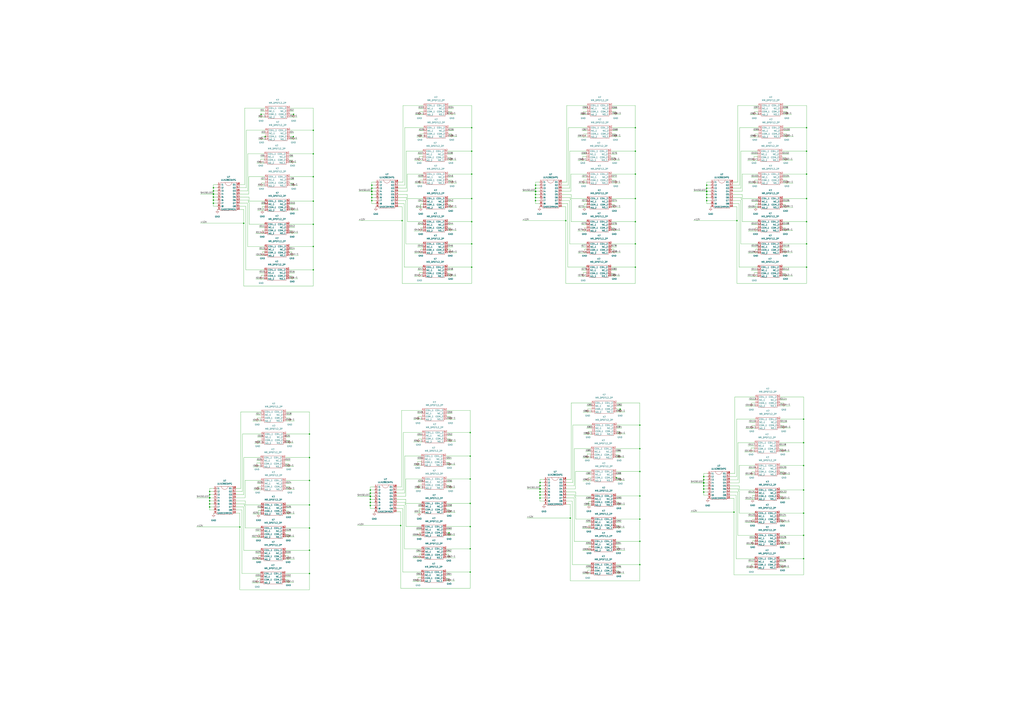
<source format=kicad_sch>
(kicad_sch (version 20211123) (generator eeschema)
  (paper "A1")
  (junction (at 304.1396 415.4424))
  (junction (at 464.693 181.356))
  (junction (at 387.4008 143.0782))
  (junction (at 439.801 164.8714))
  (junction (at 304.1396 412.9024))
  (junction (at 580.4154 157.2768))
  (junction (at 257.3274 221.742))
  (junction (at 257.3274 107.1118))
  (junction (at 443.5094 399.161))
  (junction (at 525.526 444.8556))
  (junction (at 305.3842 152.1714))
  (junction (at 304.1396 410.3624))
  (junction (at 580.39 157.2514))
  (junction (at 386.1816 393.6492))
  (junction (at 577.9262 401.8788))
  (junction (at 304.1904 407.8478))
  (junction (at 254.1778 376.0724))
  (junction (at 197.0278 433.1462))
  (junction (at 577.9516 396.8496))
  (junction (at 580.39 154.7114))
  (junction (at 175.3108 159.4104))
  (junction (at 521.843 200.406))
  (junction (at 305.3588 164.8714))
  (junction (at 580.39 152.1714))
  (junction (at 506.222 392.6078))
  (junction (at 521.843 182.1942))
  (junction (at 175.2854 161.9504))
  (junction (at 387.4008 124.2822))
  (junction (at 580.39 157.3022))
  (junction (at 172.1612 406.5016))
  (junction (at 580.3646 164.8714))
  (junction (at 241.1222 93.9546))
  (junction (at 172.1358 416.6616))
  (junction (at 257.3274 126.4412))
  (junction (at 662.4066 182.1942))
  (junction (at 659.9682 421.7416))
  (junction (at 254.1778 414.9598))
  (junction (at 257.3274 165.3286))
  (junction (at 172.1866 409.067))
  (junction (at 175.3108 154.3304))
  (junction (at 304.165 407.8224))
  (junction (at 439.8264 157.3022))
  (junction (at 580.3646 159.7914))
  (junction (at 439.801 162.3314))
  (junction (at 662.4066 200.406))
  (junction (at 439.8264 154.7114))
  (junction (at 439.801 159.7914))
  (junction (at 330.2508 181.356))
  (junction (at 305.4096 157.2768))
  (junction (at 521.843 143.0782))
  (junction (at 443.484 404.241))
  (junction (at 305.3588 162.3314))
  (junction (at 525.526 464.0326))
  (junction (at 662.4066 104.9528))
  (junction (at 577.977 396.8242))
  (junction (at 521.843 219.583))
  (junction (at 387.4008 182.1942))
  (junction (at 175.3108 159.4612))
  (junction (at 387.4008 200.406))
  (junction (at 368.808 437.896))
  (junction (at 175.2854 164.4904))
  (junction (at 577.9516 394.2588))
  (junction (at 439.8264 152.1714))
  (junction (at 577.9262 404.4188))
  (junction (at 200.1774 183.515))
  (junction (at 577.9516 396.7988))
  (junction (at 254.1778 471.3732))
  (junction (at 386.1816 413.7406))
  (junction (at 172.1358 411.5816))
  (junction (at 468.376 425.8056))
  (junction (at 387.4008 219.583))
  (junction (at 304.165 407.8732))
  (junction (at 602.8182 420.9034))
  (junction (at 662.4066 124.2822))
  (junction (at 659.9682 402.717))
  (junction (at 304.165 405.2824))
  (junction (at 521.843 124.2822))
  (junction (at 175.2854 167.0304))
  (junction (at 659.9682 363.8296))
  (junction (at 175.3362 159.4358))
  (junction (at 443.5094 401.7518))
  (junction (at 577.9516 391.7188))
  (junction (at 662.4066 219.583))
  (junction (at 217.7796 112.1918))
  (junction (at 605.2566 181.356))
  (junction (at 386.1816 470.154))
  (junction (at 257.3274 184.3532))
  (junction (at 443.5094 401.701))
  (junction (at 214.4268 93.9546))
  (junction (at 525.526 387.5278))
  (junction (at 257.3274 202.565))
  (junction (at 662.4066 143.0782))
  (junction (at 254.1778 452.1962))
  (junction (at 443.5348 401.7264))
  (junction (at 386.1816 450.977))
  (junction (at 521.843 104.9528))
  (junction (at 305.3842 154.7114))
  (junction (at 240.9444 112.268))
  (junction (at 521.843 163.1696))
  (junction (at 172.1612 403.9616))
  (junction (at 172.1612 409.0416))
  (junction (at 659.9682 459.1304))
  (junction (at 525.526 349.4024))
  (junction (at 387.4008 104.9528))
  (junction (at 305.3842 157.2514))
  (junction (at 525.526 407.6192))
  (junction (at 659.9682 439.9534))
  (junction (at 175.3108 156.8704))
  (junction (at 525.526 426.6438))
  (junction (at 443.484 409.321))
  (junction (at 172.1358 414.1216))
  (junction (at 305.3588 159.7914))
  (junction (at 386.1816 355.5238))
  (junction (at 329.0316 431.927))
  (junction (at 386.1816 432.7652))
  (junction (at 659.9682 344.5002))
  (junction (at 525.526 368.7318))
  (junction (at 257.3274 145.2372))
  (junction (at 443.484 406.781))
  (junction (at 580.3646 162.3314))
  (junction (at 439.8518 157.2768))
  (junction (at 254.1778 394.8684))
  (junction (at 659.9682 382.6256))
  (junction (at 304.165 402.7424))
  (junction (at 439.8264 157.2514))
  (junction (at 172.1612 409.0924))
  (junction (at 386.1816 374.8532))
  (junction (at 254.1778 433.9844))
  (junction (at 577.9262 399.3388))
  (junction (at 662.4066 163.1696))
  (junction (at 305.3842 157.3022))
  (junction (at 254.1778 356.743))
  (junction (at 509.3208 336.2452))
  (junction (at 387.4008 163.1696))
  (junction (at 443.5094 396.621))
  (wire (pts (xy 604.52 406.9588) (xy 599.4908 406.9588)))
  (wire (pts (xy 468.376 477.3422) (xy 525.526 477.3422)))
  (wire (pts (xy 614.4006 424.2562) (xy 619.8616 424.2816)))
  (wire (pts (xy 643.3058 91.7702) (xy 646.2014 91.7702)))
  (wire (pts (xy 366.4712 475.3102) (xy 366.4712 475.234)))
  (wire (pts (xy 368.427 104.9528) (xy 387.4008 104.9528)))
  (wire (pts (xy 642.6454 124.2822) (xy 662.4066 124.2822)))
  (wire (pts (xy 204.5716 184.3532) (xy 204.5716 166.2684)))
  (wire (pts (xy 642.874 184.7342) (xy 648.208 184.7088)))
  (wire (pts (xy 198.7296 419.2016) (xy 193.7004 419.2016)))
  (wire (pts (xy 344.2462 128.5494) (xy 344.2462 129.4384)))
  (wire (pts (xy 478.282 89.2302) (xy 482.1682 89.2302)))
  (wire (pts (xy 344.5002 91.7956) (xy 344.5002 91.7702)))
  (wire (pts (xy 502.3104 207.772) (xy 509.6764 207.772)))
  (wire (pts (xy 237.5662 126.4412) (xy 257.3274 126.4412)))
  (wire (pts (xy 345.5416 170.688) (xy 345.5416 167.5892)))
  (wire (pts (xy 344.5256 224.8154) (xy 344.5256 224.0788)))
  (wire (pts (xy 172.1612 406.5016) (xy 175.4124 406.5016)))
  (wire (pts (xy 346.3036 393.6492) (xy 333.2734 393.6492)))
  (wire (pts (xy 332.3082 374.8532) (xy 332.3082 405.2824)))
  (wire (pts (xy 481.203 390.0678) (xy 485.648 390.0678)))
  (wire (pts (xy 439.8264 152.1714) (xy 439.8264 154.7114)))
  (wire (pts (xy 502.7422 94.0562) (xy 509.9812 94.0308)))
  (wire (pts (xy 204.5208 165.3286) (xy 204.5208 161.9504)))
  (wire (pts (xy 640.4356 439.9534) (xy 659.9682 439.9534)))
  (wire (pts (xy 330.7334 417.9824) (xy 325.7042 417.9824)))
  (wire (pts (xy 640.588 405.257) (xy 646.0744 405.257)))
  (wire (pts (xy 509.3208 336.2198) (xy 509.3208 336.2452)))
  (wire (pts (xy 525.526 426.6438) (xy 525.526 407.6192)))
  (wire (pts (xy 369.7986 360.6038) (xy 369.7986 360.68)))
  (wire (pts (xy 504.2662 205.5368) (xy 504.2662 204.8256)))
  (wire (pts (xy 344.2462 128.5494) (xy 347.0656 128.5494)))
  (wire (pts (xy 443.5094 403.733) (xy 443.484 404.241)))
  (wire (pts (xy 640.2578 466.4964) (xy 648.208 466.4964)))
  (wire (pts (xy 196.85 172.1104) (xy 200.1774 172.1104)))
  (wire (pts (xy 618.0328 426.8216) (xy 619.8616 426.8216)))
  (wire (pts (xy 521.843 219.583) (xy 521.843 200.406)))
  (wire (pts (xy 342.6206 339.8012) (xy 346.5068 339.8012)))
  (wire (pts (xy 642.6962 224.7392) (xy 642.6962 224.663)))
  (wire (pts (xy 238.0234 145.2372) (xy 257.3274 145.2372)))
  (wire (pts (xy 344.2462 437.896) (xy 344.2462 437.8452)))
  (wire (pts (xy 172.1358 411.5816) (xy 175.4124 411.5816)))
  (wire (pts (xy 347.0656 128.5494) (xy 347.0656 129.3622)))
  (wire (pts (xy 599.4908 409.4988) (xy 602.8182 409.4988)))
  (wire (pts (xy 482.9556 392.6078) (xy 485.648 392.6078)))
  (wire (pts (xy 465.0486 414.401) (xy 468.376 414.401)))
  (wire (pts (xy 196.85 151.7904) (xy 200.914 151.7904)))
  (wire (pts (xy 386.1816 374.8532) (xy 386.1816 355.5238)))
  (wire (pts (xy 662.4066 124.2822) (xy 662.4066 104.9528)))
  (wire (pts (xy 466.3948 219.583) (xy 466.3948 167.4114)))
  (wire (pts (xy 659.9682 459.1304) (xy 659.9682 439.9534)))
  (wire (pts (xy 214.5792 109.6518) (xy 217.7796 109.6518)))
  (wire (pts (xy 175.2854 169.5704) (xy 175.2854 167.0304)))
  (wire (pts (xy 481.7618 351.9424) (xy 485.9782 351.9424)))
  (wire (pts (xy 482.3714 372.999) (xy 485.1908 372.999)))
  (wire (pts (xy 643.0264 165.7096) (xy 648.4112 165.7604)))
  (wire (pts (xy 368.3 94.0562) (xy 374.1928 94.0562)))
  (wire (pts (xy 502.3104 204.8256) (xy 502.3104 205.486)))
  (wire (pts (xy 237.9472 172.6946) (xy 245.0338 172.6946)))
  (wire (pts (xy 645.033 187.325) (xy 645.033 187.2742)))
  (wire (pts (xy 257.3274 126.4412) (xy 257.3274 107.1118)))
  (wire (pts (xy 605.2566 232.8926) (xy 662.4066 232.8926)))
  (wire (pts (xy 580.39 154.7114) (xy 583.6412 154.7114)))
  (wire (pts (xy 172.1358 416.6616) (xy 175.4124 416.6616)))
  (wire (pts (xy 474.599 131.9276) (xy 481.5078 131.9022)))
  (wire (pts (xy 472.7194 407.6192) (xy 472.7194 404.241)))
  (wire (pts (xy 606.0948 394.2588) (xy 599.4908 394.2588)))
  (wire (pts (xy 343.8906 107.5182) (xy 347.853 107.4928)))
  (wire (pts (xy 502.7422 91.7702) (xy 505.6378 91.7702)))
  (wire (pts (xy 237.5662 128.9812) (xy 240.7666 128.9558)))
  (wire (pts (xy 211.3026 476.6056) (xy 211.3026 475.869)))
  (wire (pts (xy 643.4328 112.3188) (xy 651.6116 112.3442)))
  (wire (pts (xy 204.4192 159.4104) (xy 196.85 159.4104)))
  (wire (pts (xy 367.8682 189.5602) (xy 374.8532 189.5602)))
  (wire (pts (xy 206.7814 441.6044) (xy 214.0712 441.6044)))
  (wire (pts (xy 345.8464 379.1204) (xy 345.8464 379.9332)))
  (wire (pts (xy 521.843 232.8926) (xy 521.843 219.583)))
  (wire (pts (xy 642.7216 222.123) (xy 648.208 222.1738)))
  (wire (pts (xy 620.6236 205.4606) (xy 620.6236 204.8002)))
  (wire (pts (xy 443.484 404.241) (xy 446.7606 404.241)))
  (wire (pts (xy 470.0778 464.0326) (xy 470.0778 411.861)))
  (wire (pts (xy 368.0968 148.209) (xy 368.0968 148.1582)))
  (wire (pts (xy 215.5444 206.9592) (xy 217.2208 206.9592)))
  (wire (pts (xy 370.332 129.413) (xy 370.332 129.3622)))
  (wire (pts (xy 305.3842 154.7114) (xy 305.3842 157.2514)))
  (wire (pts (xy 344.8304 148.1582) (xy 347.5228 148.1582)))
  (wire (pts (xy 642.6454 126.8222) (xy 648.1064 126.8222)))
  (wire (pts (xy 369.1128 379.9332) (xy 366.4204 379.9332)))
  (wire (pts (xy 643.5852 349.5802) (xy 643.5852 349.6564)))
  (wire (pts (xy 257.3274 235.0516) (xy 257.3274 221.742)))
  (wire (pts (xy 211.2772 343.5604) (xy 214.503 343.5604)))
  (wire (pts (xy 505.8156 466.5726) (xy 510.2352 466.6234)))
  (wire (pts (xy 214.4522 226.9744) (xy 214.4522 226.2378)))
  (wire (pts (xy 211.0232 380.3396) (xy 211.0232 381.2286)))
  (wire (pts (xy 474.4466 189.8142) (xy 481.7364 189.8142)))
  (wire (pts (xy 367.0808 344.6272) (xy 374.0658 344.6272)))
  (wire (pts (xy 304.165 400.2278) (xy 304.165 402.7424)))
  (wire (pts (xy 646.1252 328.8538) (xy 641.35 328.7776)))
  (wire (pts (xy 464.693 181.356) (xy 464.693 232.8926)))
  (wire (pts (xy 367.8682 207.772) (xy 375.2342 207.772)))
  (wire (pts (xy 481.1014 429.1838) (xy 485.4194 429.1838)))
  (wire (pts (xy 481.1014 466.5726) (xy 485.2416 466.5726)))
  (wire (pts (xy 366.4712 477.52) (xy 373.38 477.5454)))
  (wire (pts (xy 214.63 356.743) (xy 199.136 356.743)))
  (wire (pts (xy 387.4008 104.9528) (xy 387.4008 86.6902)))
  (wire (pts (xy 615.9754 112.6236) (xy 622.8588 112.5728)))
  (wire (pts (xy 485.9782 349.4024) (xy 470.4842 349.4024)))
  (wire (pts (xy 603.5548 389.1788) (xy 603.5548 326.2376)))
  (wire (pts (xy 617.093 463.6262) (xy 619.6838 463.6262)))
  (wire (pts (xy 608.8888 164.1094) (xy 609.6508 164.1094)))
  (wire (pts (xy 659.9682 402.717) (xy 659.9682 382.6256)))
  (wire (pts (xy 617.0676 331.343) (xy 617.0676 331.3176)))
  (wire (pts (xy 443.0776 167.4114) (xy 439.801 167.4114)))
  (wire (pts (xy 646.0236 110.0328) (xy 646.0236 110.109)))
  (wire (pts (xy 212.8012 205.105) (xy 217.2208 205.105)))
  (wire (pts (xy 478.6884 128.5494) (xy 481.5078 128.5494)))
  (wire (pts (xy 214.4522 167.8686) (xy 217.3732 167.8686)))
  (wire (pts (xy 620.4712 187.325) (xy 620.4712 187.2742)))
  (wire (pts (xy 644.8298 205.5368) (xy 644.8298 204.8256)))
  (wire (pts (xy 332.359 152.1714) (xy 326.9234 152.1714)))
  (wire (pts (xy 304.165 407.8224) (xy 307.4162 407.8224)))
  (wire (pts (xy 580.3646 167.4114) (xy 580.3646 164.8714)))
  (wire (pts (xy 334.4926 143.0782) (xy 334.4926 157.2514)))
  (wire (pts (xy 646.2014 91.7702) (xy 646.2014 91.7956)))
  (wire (pts (xy 508.4572 373.8118) (xy 505.7648 373.8118)))
  (wire (pts (xy 605.9932 149.6314) (xy 605.9932 86.6902)))
  (wire (pts (xy 203.454 126.4412) (xy 203.454 156.8704)))
  (wire (pts (xy 340.1568 227.203) (xy 347.1164 227.203)))
  (wire (pts (xy 472.0082 406.781) (xy 472.0082 408.559)))
  (wire (pts (xy 604.9264 391.7188) (xy 599.4908 391.7188)))
  (wire (pts (xy 172.1612 411.0736) (xy 172.1358 411.5816)))
  (wire (pts (xy 338.9376 477.774) (xy 345.8972 477.774)))
  (wire (pts (xy 502.539 145.6182) (xy 506.6792 145.5928)))
  (wire (pts (xy 234.4674 478.7392) (xy 241.3762 478.7646)))
  (wire (pts (xy 642.5946 426.8216) (xy 640.4356 426.8216)))
  (wire (pts (xy 583.6412 169.9514) (xy 583.6412 170.4848)))
  (wire (pts (xy 386.1816 393.6492) (xy 386.1816 374.8532)))
  (wire (pts (xy 614.553 461.645) (xy 619.6838 461.6704)))
  (wire (pts (xy 347.4466 167.5892) (xy 347.4466 168.2496)))
  (wire (pts (xy 620.5474 167.5892) (xy 622.4524 167.5892)))
  (wire (pts (xy 474.9038 170.7896) (xy 481.8888 170.7896)))
  (wire (pts (xy 642.874 202.946) (xy 648.335 202.946)))
  (wire (pts (xy 366.8014 416.2806) (xy 371.1448 416.2806)))
  (wire (pts (xy 366.8776 393.6492) (xy 386.1816 393.6492)))
  (wire (pts (xy 368.6048 455.3966) (xy 366.649 455.3966)))
  (wire (pts (xy 470.0778 411.861) (xy 465.0486 411.861)))
  (wire (pts (xy 212.2424 439.1152) (xy 212.2424 439.0644)))
  (wire (pts (xy 617.093 464.3628) (xy 617.093 463.6262)))
  (wire (pts (xy 525.526 444.8556) (xy 525.526 426.6438)))
  (wire (pts (xy 619.8616 444.3476) (xy 619.8616 445.0334)))
  (wire (pts (xy 439.8264 159.2834) (xy 439.8264 157.3022)))
  (wire (pts (xy 193.7004 411.5816) (xy 201.3712 411.5816)))
  (wire (pts (xy 344.8812 110.0836) (xy 347.8022 110.0328)))
  (wire (pts (xy 172.1612 401.447) (xy 172.1612 403.9616)))
  (wire (pts (xy 642.874 207.772) (xy 650.9766 207.772)))
  (wire (pts (xy 172.1612 409.0416) (xy 175.4124 409.0416)))
  (wire (pts (xy 469.0364 163.1696) (xy 469.0364 159.7914)))
  (wire (pts (xy 211.6582 361.8738) (xy 214.5792 361.823)))
  (wire (pts (xy 172.1358 419.2016) (xy 172.1358 416.6616)))
  (wire (pts (xy 599.4908 389.1788) (xy 603.5548 389.1788)))
  (wire (pts (xy 368.7826 89.2302) (xy 368.3 89.2302)))
  (wire (pts (xy 505.8156 464.0326) (xy 525.526 464.0326)))
  (wire (pts (xy 366.649 435.3052) (xy 371.0432 435.3052)))
  (wire (pts (xy 333.4258 432.7652) (xy 333.4258 414.6804)))
  (wire (pts (xy 509.143 354.4824) (xy 509.143 354.5586)))
  (wire (pts (xy 482.6508 468.5284) (xy 485.2416 468.5284)))
  (wire (pts (xy 479.2726 148.1582) (xy 481.965 148.1582)))
  (wire (pts (xy 175.3108 159.4104) (xy 175.3362 159.4358)))
  (wire (pts (xy 482.6508 469.265) (xy 482.6508 468.5284)))
  (wire (pts (xy 612.7242 466.7504) (xy 619.6838 466.7504)))
  (wire (pts (xy 330.9874 149.6314) (xy 330.9874 86.6902)))
  (wire (pts (xy 196.85 164.4904) (xy 203.8096 164.4904)))
  (wire (pts (xy 472.6178 401.701) (xy 465.0486 401.701)))
  (wire (pts (xy 645.1092 224.7392) (xy 642.6962 224.7392)))
  (wire (pts (xy 344.3224 418.1602) (xy 346.2274 418.1602)))
  (wire (pts (xy 525.526 349.4024) (xy 525.526 331.1398)))
  (wire (pts (xy 525.526 407.6192) (xy 525.526 387.5278)))
  (wire (pts (xy 203.8096 166.2684) (xy 204.5716 166.2684)))
  (wire (pts (xy 175.3108 156.8704) (xy 178.562 156.8704)))
  (wire (pts (xy 510.8956 333.7306) (xy 506.9586 333.6798)))
  (wire (pts (xy 340.8934 94.3102) (xy 347.726 94.3102)))
  (wire (pts (xy 485.1908 372.999) (xy 485.1908 373.8118)))
  (wire (pts (xy 201.2696 409.0416) (xy 193.7004 409.0416)))
  (wire (pts (xy 211.0232 380.3396) (xy 213.8426 380.3396)))
  (wire (pts (xy 616.9152 145.6436) (xy 622.5286 145.6182)))
  (wire (pts (xy 525.526 331.1398) (xy 506.4252 331.1398)))
  (wire (pts (xy 326.9234 159.7914) (xy 334.5942 159.7914)))
  (wire (pts (xy 346.075 455.3712) (xy 346.075 456.057)))
  (wire (pts (xy 443.5094 396.621) (xy 443.5094 399.161)))
  (wire (pts (xy 234.4166 376.0724) (xy 254.1778 376.0724)))
  (wire (pts (xy 525.526 477.3422) (xy 525.526 464.0326)))
  (wire (pts (xy 622.0714 124.2822) (xy 608.5332 124.2822)))
  (wire (pts (xy 643.1026 148.209) (xy 643.1026 148.1582)))
  (wire (pts (xy 483.743 449.2498) (xy 485.4194 449.2498)))
  (wire (pts (xy 502.158 222.123) (xy 506.5776 222.1738)))
  (wire (pts (xy 210.7184 378.6124) (xy 213.8426 378.6124)))
  (wire (pts (xy 461.3656 149.6314) (xy 465.4296 149.6314)))
  (wire (pts (xy 599.4908 401.8788) (xy 606.4504 401.8788)))
  (wire (pts (xy 606.9584 219.583) (xy 606.9584 167.4114)))
  (wire (pts (xy 620.4712 187.2742) (xy 622.3 187.2742)))
  (wire (pts (xy 640.207 366.3696) (xy 645.6426 366.395)))
  (wire (pts (xy 506.5522 354.4824) (xy 509.143 354.4824)))
  (wire (pts (xy 257.3274 88.8492) (xy 238.2266 88.8492)))
  (wire (pts (xy 608.5332 154.7114) (xy 601.9292 154.7114)))
  (wire (pts (xy 465.0486 406.781) (xy 472.0082 406.781)))
  (wire (pts (xy 215.4682 169.7482) (xy 217.3732 169.7482)))
  (wire (pts (xy 211.582 152.8572) (xy 217.4494 152.8572)))
  (wire (pts (xy 619.6838 463.6262) (xy 619.6838 464.2104)))
  (wire (pts (xy 344.3224 421.259) (xy 344.3224 418.1602)))
  (wire (pts (xy 368.6048 456.1078) (xy 368.6048 455.3966)))
  (wire (pts (xy 201.2696 394.8684) (xy 201.2696 409.0416)))
  (wire (pts (xy 175.2854 164.4904) (xy 178.562 164.4904)))
  (wire (pts (xy 502.158 222.123) (xy 502.1326 222.123)))
  (wire (pts (xy 602.8182 420.9034) (xy 602.8182 472.44)))
  (wire (pts (xy 209.931 191.9732) (xy 217.2208 191.9732)))
  (wire (pts (xy 387.4008 163.1696) (xy 387.4008 143.0782)))
  (wire (pts (xy 614.2736 366.395) (xy 619.633 366.3696)))
  (wire (pts (xy 605.9932 86.6902) (xy 622.7318 86.6902)))
  (wire (pts (xy 581.2028 389.1788) (xy 577.9516 389.2042)))
  (wire (pts (xy 506.9586 89.3826) (xy 503.2248 89.2302)))
  (wire (pts (xy 640.207 371.1956) (xy 648.462 371.221)))
  (wire (pts (xy 334.4926 157.2514) (xy 326.9234 157.2514)))
  (wire (pts (xy 506.1458 414.9852) (xy 513.2324 414.9852)))
  (wire (pts (xy 502.8692 110.0328) (xy 505.46 110.0328)))
  (wire (pts (xy 483.6668 412.0388) (xy 485.5718 412.0388)))
  (wire (pts (xy 502.3104 200.406) (xy 521.843 200.406)))
  (wire (pts (xy 643.4328 104.9528) (xy 662.4066 104.9528)))
  (wire (pts (xy 237.6424 224.282) (xy 242.062 224.3328)))
  (wire (pts (xy 614.3752 189.7888) (xy 622.3 189.8142)))
  (wire (pts (xy 367.2078 355.5238) (xy 386.1816 355.5238)))
  (wire (pts (xy 197.7644 401.4216) (xy 197.7644 338.4804)))
  (wire (pts (xy 446.7606 394.081) (xy 443.5094 394.1064)))
  (wire (pts (xy 237.9472 167.8686) (xy 242.2906 167.8686)))
  (wire (pts (xy 502.4628 168.2496) (xy 504.5964 168.2496)))
  (wire (pts (xy 209.7532 473.9132) (xy 213.8934 473.9132)))
  (wire (pts (xy 370.332 129.3622) (xy 367.6396 129.3622)))
  (wire (pts (xy 504.7742 129.413) (xy 504.7742 129.3622)))
  (wire (pts (xy 238.0234 152.6032) (xy 244.4242 152.6032)))
  (wire (pts (xy 346.075 450.977) (xy 332.1558 450.977)))
  (wire (pts (xy 485.9274 354.4824) (xy 485.9782 354.4824)))
  (wire (pts (xy 640.4356 421.7416) (xy 659.9682 421.7416)))
  (wire (pts (xy 213.8934 471.3732) (xy 198.7296 471.3732)))
  (wire (pts (xy 238.2266 96.2152) (xy 244.1194 96.2152)))
  (wire (pts (xy 521.843 182.1942) (xy 521.843 163.1696)))
  (wire (pts (xy 505.6378 91.7702) (xy 505.6378 91.7956)))
  (wire (pts (xy 439.801 164.8714) (xy 443.0776 164.8714)))
  (wire (pts (xy 257.3274 145.2372) (xy 257.3274 126.4412)))
  (wire (pts (xy 239.7506 207.6958) (xy 239.7506 206.9846)))
  (wire (pts (xy 305.3842 157.2514) (xy 308.6354 157.2514)))
  (wire (pts (xy 331.1398 402.7424) (xy 325.7042 402.7424)))
  (wire (pts (xy 618.8456 89.2302) (xy 622.7318 89.2302)))
  (wire (pts (xy 214.1728 130.7084) (xy 214.1728 131.5974)))
  (wire (pts (xy 615.0102 347.1164) (xy 620.4204 347.0402)))
  (wire (pts (xy 609.4984 157.2514) (xy 601.9292 157.2514)))
  (wire (pts (xy 237.9726 343.5604) (xy 237.9726 343.5858)))
  (wire (pts (xy 502.1326 219.583) (xy 521.843 219.583)))
  (wire (pts (xy 237.7948 184.3532) (xy 257.3274 184.3532)))
  (wire (pts (xy 478.5106 376.3264) (xy 485.1908 376.3518)))
  (wire (pts (xy 474.7006 208.026) (xy 481.7364 208.026)))
  (wire (pts (xy 199.136 356.743) (xy 199.136 403.9616)))
  (wire (pts (xy 207.5688 422.5036) (xy 214.2236 422.5798)))
  (wire (pts (xy 234.4674 471.3732) (xy 254.1778 471.3732)))
  (wire (pts (xy 601.9292 149.6314) (xy 605.9932 149.6314)))
  (wire (pts (xy 508.4572 373.8626) (xy 508.4572 373.8118)))
  (wire (pts (xy 479.9076 187.325) (xy 479.9076 187.2742)))
  (wire (pts (xy 471.5002 409.321) (xy 471.5002 444.8556)))
  (wire (pts (xy 607.3648 152.1714) (xy 601.9292 152.1714)))
  (wire (pts (xy 618.109 407.1366) (xy 620.014 407.1366)))
  (wire (pts (xy 608.3808 164.8714) (xy 608.3808 200.406)))
  (wire (pts (xy 370.078 398.78) (xy 366.8776 398.78)))
  (wire (pts (xy 611.9368 390.2202) (xy 620.0902 390.2456)))
  (wire (pts (xy 334.5942 163.1696) (xy 334.5942 159.7914)))
  (wire (pts (xy 612.8258 447.5734) (xy 619.8616 447.5734)))
  (wire (pts (xy 577.9516 394.2588) (xy 581.2028 394.2588)))
  (wire (pts (xy 235.204 364.109) (xy 240.919 364.109)))
  (wire (pts (xy 235.204 361.823) (xy 237.7948 361.823)))
  (wire (pts (xy 366.649 455.3966) (xy 366.649 456.057)))
  (wire (pts (xy 214.4268 93.9292) (xy 217.6526 93.9292)))
  (wire (pts (xy 622.4524 167.5892) (xy 622.4524 168.2496)))
  (wire (pts (xy 387.4008 232.8926) (xy 387.4008 219.583)))
  (wire (pts (xy 662.4066 219.583) (xy 662.4066 200.406)))
  (wire (pts (xy 577.9262 401.8788) (xy 577.9262 399.3388)))
  (wire (pts (xy 505.7648 376.0978) (xy 512.6228 376.0978)))
  (wire (pts (xy 599.4908 399.3388) (xy 607.1616 399.3388)))
  (wire (pts (xy 504.5456 224.7392) (xy 502.1326 224.7392)))
  (wire (pts (xy 234.8738 397.4084) (xy 239.268 397.4846)))
  (wire (pts (xy 175.4124 421.7416) (xy 175.4124 422.275)))
  (wire (pts (xy 604.9264 344.5002) (xy 604.9264 391.7188)))
  (wire (pts (xy 387.4008 143.0782) (xy 387.4008 124.2822)))
  (wire (pts (xy 367.5634 339.8012) (xy 367.0808 339.8012)))
  (wire (pts (xy 601.9292 164.8714) (xy 608.3808 164.8714)))
  (wire (pts (xy 371.2972 148.209) (xy 368.0968 148.209)))
  (wire (pts (xy 466.8012 104.9528) (xy 466.8012 152.1714)))
  (wire (pts (xy 175.4124 419.2016) (xy 172.1358 419.2016)))
  (wire (pts (xy 234.4928 473.9132) (xy 238.9124 473.964)))
  (wire (pts (xy 465.0486 409.321) (xy 471.5002 409.321)))
  (wire (pts (xy 254.1778 414.9598) (xy 254.1778 394.8684)))
  (wire (pts (xy 432.816 401.7264) (xy 443.5348 401.7264)))
  (wire (pts (xy 619.506 91.7956) (xy 619.506 91.7702)))
  (wire (pts (xy 193.7004 414.1216) (xy 200.66 414.1216)))
  (wire (pts (xy 640.588 410.083) (xy 648.6398 410.083)))
  (wire (pts (xy 439.8264 159.2834) (xy 439.801 159.7914)))
  (wire (pts (xy 294.6908 157.2768) (xy 305.4096 157.2768)))
  (wire (pts (xy 483.5906 431.7746) (xy 483.5906 431.7238)))
  (wire (pts (xy 207.7466 383.6924) (xy 213.8426 383.6924)))
  (wire (pts (xy 217.2208 202.565) (xy 203.3016 202.565)))
  (wire (pts (xy 622.3 200.406) (xy 608.3808 200.406)))
  (wire (pts (xy 485.648 387.5278) (xy 472.6178 387.5278)))
  (wire (pts (xy 240.03 226.8982) (xy 237.617 226.8982)))
  (wire (pts (xy 308.6354 169.9514) (xy 308.6354 170.4848)))
  (wire (pts (xy 643.7884 89.2302) (xy 643.3058 89.2302)))
  (wire (pts (xy 326.9234 164.8714) (xy 333.375 164.8714)))
  (wire (pts (xy 622.808 110.0328) (xy 622.8588 110.0328)))
  (wire (pts (xy 175.3108 159.4104) (xy 178.562 159.4104)))
  (wire (pts (xy 333.2734 407.8224) (xy 325.7042 407.8224)))
  (wire (pts (xy 209.0674 364.363) (xy 214.63 364.363)))
  (wire (pts (xy 609.4984 143.0782) (xy 609.4984 157.2514)))
  (wire (pts (xy 618.0328 426.8724) (xy 618.0328 426.8216)))
  (wire (pts (xy 172.1358 414.1216) (xy 175.4124 414.1216)))
  (wire (pts (xy 347.2942 182.1942) (xy 334.645 182.1942)))
  (wire (pts (xy 606.9584 167.4114) (xy 601.9292 167.4114)))
  (wire (pts (xy 612.3432 352.171) (xy 620.4204 352.1202)))
  (wire (pts (xy 238.3536 114.4778) (xy 244.0686 114.4778)))
  (wire (pts (xy 580.39 152.1714) (xy 580.39 154.7114)))
  (wire (pts (xy 580.3646 164.8714) (xy 583.6412 164.8714)))
  (wire (pts (xy 345.8972 474.6498) (xy 345.8972 475.234)))
  (wire (pts (xy 343.2556 165.7096) (xy 347.4466 165.7096)))
  (wire (pts (xy 502.539 150.4442) (xy 509.4732 150.4442)))
  (wire (pts (xy 521.843 86.6902) (xy 502.7422 86.6902)))
  (wire (pts (xy 640.8674 331.3176) (xy 643.763 331.3176)))
  (wire (pts (xy 334.645 182.1942) (xy 334.645 164.1094)))
  (wire (pts (xy 620.3696 349.5802) (xy 620.4204 349.5802)))
  (wire (pts (xy 294.6146 181.356) (xy 330.2508 181.356)))
  (wire (pts (xy 482.2444 110.0328) (xy 482.2952 110.0328)))
  (wire (pts (xy 577.9516 389.2042) (xy 577.9516 391.7188)))
  (wire (pts (xy 505.9934 434.0098) (xy 512.9784 434.0098)))
  (wire (pts (xy 604.52 459.1304) (xy 604.52 406.9588)))
  (wire (pts (xy 254.1778 394.8684) (xy 254.1778 376.0724)))
  (wire (pts (xy 485.2416 468.5284) (xy 485.2416 469.1126)))
  (wire (pts (xy 569.6966 157.2768) (xy 580.4154 157.2768)))
  (wire (pts (xy 599.4908 404.4188) (xy 605.9424 404.4188)))
  (wire (pts (xy 606.4504 401.8788) (xy 606.4504 403.6568)))
  (wire (pts (xy 478.8154 338.836) (xy 485.8512 338.7598)))
  (wire (pts (xy 640.9944 344.5002) (xy 659.9682 344.5002)))
  (wire (pts (xy 332.1558 415.4424) (xy 332.1558 450.977)))
  (wire (pts (xy 525.526 464.0326) (xy 525.526 444.8556)))
  (wire (pts (xy 217.043 226.2378) (xy 217.043 226.822)))
  (wire (pts (xy 342.9762 126.8476) (xy 347.0656 126.8222)))
  (wire (pts (xy 236.8804 476.5294) (xy 234.4674 476.5294)))
  (wire (pts (xy 330.2508 232.8926) (xy 387.4008 232.8926)))
  (wire (pts (xy 477.393 126.873) (xy 481.5078 126.8222)))
  (wire (pts (xy 366.649 440.1312) (xy 373.634 440.1312)))
  (wire (pts (xy 481.8888 163.1696) (xy 469.0364 163.1696)))
  (wire (pts (xy 211.0994 397.4084) (xy 214.2998 397.4084)))
  (wire (pts (xy 214.0712 452.1962) (xy 200.152 452.1962)))
  (wire (pts (xy 465.0486 394.081) (xy 469.1126 394.081)))
  (wire (pts (xy 525.526 387.5278) (xy 525.526 368.7318)))
  (wire (pts (xy 367.2078 362.8898) (xy 374.3452 362.7882)))
  (wire (pts (xy 366.8014 421.1066) (xy 373.888 421.1066)))
  (wire (pts (xy 606.0948 363.8296) (xy 606.0948 394.2588)))
  (wire (pts (xy 237.7948 191.7192) (xy 244.7798 191.7192)))
  (wire (pts (xy 478.9424 91.7956) (xy 478.9424 91.7702)))
  (wire (pts (xy 305.3588 164.8714) (xy 308.6354 164.8714)))
  (wire (pts (xy 480.06 204.8002) (xy 481.7364 204.8002)))
  (wire (pts (xy 254.1778 471.3732) (xy 254.1778 452.1962)))
  (wire (pts (xy 525.526 368.7318) (xy 525.526 349.4024)))
  (wire (pts (xy 368.427 112.3188) (xy 375.3104 112.2934)))
  (wire (pts (xy 196.85 161.9504) (xy 204.5208 161.9504)))
  (wire (pts (xy 217.7288 112.1918) (xy 217.7796 112.1918)))
  (wire (pts (xy 238.0234 150.368) (xy 238.0234 150.3172)))
  (wire (pts (xy 367.8682 200.406) (xy 387.4008 200.406)))
  (wire (pts (xy 241.2746 91.44) (xy 238.7092 91.3892)))
  (wire (pts (xy 212.1154 96.4692) (xy 217.6526 96.4692)))
  (wire (pts (xy 580.3646 164.8714) (xy 580.3646 162.3314)))
  (wire (pts (xy 468.9348 143.0782) (xy 468.9348 157.2514)))
  (wire (pts (xy 618.1852 445.008) (xy 618.1852 444.3476)))
  (wire (pts (xy 470.4842 349.4024) (xy 470.4842 396.621)))
  (wire (pts (xy 580.3646 159.7914) (xy 583.6412 159.7914)))
  (wire (pts (xy 642.8994 368.9604) (xy 642.8994 368.9096)))
  (wire (pts (xy 477.8248 165.735) (xy 481.8888 165.7096)))
  (wire (pts (xy 304.165 402.7424) (xy 307.4162 402.7424)))
  (wire (pts (xy 474.599 227.203) (xy 481.5586 227.203)))
  (wire (pts (xy 325.7042 410.3624) (xy 333.375 410.3624)))
  (wire (pts (xy 642.7216 222.123) (xy 642.6962 222.123)))
  (wire (pts (xy 347.853 104.9528) (xy 332.359 104.9528)))
  (wire (pts (xy 369.824 205.5368) (xy 369.824 204.8256)))
  (wire (pts (xy 387.4008 182.1942) (xy 387.4008 163.1696)))
  (wire (pts (xy 325.7042 420.5224) (xy 329.0316 420.5224)))
  (wire (pts (xy 211.6074 399.9484) (xy 214.2998 399.9484)))
  (wire (pts (xy 237.7948 202.565) (xy 257.3274 202.565)))
  (wire (pts (xy 367.2078 360.6038) (xy 369.7986 360.6038)))
  (wire (pts (xy 659.9682 326.2376) (xy 640.8674 326.2376)))
  (wire (pts (xy 642.874 182.1942) (xy 662.4066 182.1942)))
  (wire (pts (xy 472.0082 408.559) (xy 472.7702 408.559)))
  (wire (pts (xy 341.757 435.3052) (xy 346.075 435.3052)))
  (wire (pts (xy 344.2462 437.8452) (xy 346.075 437.8452)))
  (wire (pts (xy 346.2274 413.7406) (xy 333.375 413.7406)))
  (wire (pts (xy 485.5718 412.0388) (xy 485.5718 412.6992)))
  (wire (pts (xy 193.7004 416.6616) (xy 200.152 416.6616)))
  (wire (pts (xy 509.4224 392.6586) (xy 506.222 392.6586)))
  (wire (pts (xy 619.633 363.8296) (xy 606.0948 363.8296)))
  (wire (pts (xy 481.7364 204.8002) (xy 481.7364 205.486)))
  (wire (pts (xy 662.4066 182.1942) (xy 662.4066 163.1696)))
  (wire (pts (xy 304.165 405.2824) (xy 304.165 407.8224)))
  (wire (pts (xy 172.1612 403.9616) (xy 172.1612 406.5016)))
  (wire (pts (xy 387.4008 124.2822) (xy 387.4008 104.9528)))
  (wire (pts (xy 325.7042 400.2024) (xy 329.7682 400.2024)))
  (wire (pts (xy 643.8646 387.7564) (xy 640.6642 387.7564)))
  (wire (pts (xy 234.7976 414.9598) (xy 254.1778 414.9598)))
  (wire (pts (xy 343.281 342.3666) (xy 343.281 342.3412)))
  (wire (pts (xy 642.3914 445.0842) (xy 642.3914 444.373)))
  (wire (pts (xy 606.4504 403.6568) (xy 607.2124 403.6568)))
  (wire (pts (xy 340.0044 189.8142) (xy 347.2942 189.8142)))
  (wire (pts (xy 343.6112 398.7292) (xy 346.3036 398.7292)))
  (wire (pts (xy 510.6924 351.9424) (xy 506.5522 351.9424)))
  (wire (pts (xy 339.7504 382.4732) (xy 345.8464 382.4732)))
  (wire (pts (xy 209.7532 436.5244) (xy 214.0712 436.5244)))
  (wire (pts (xy 201.8792 221.742) (xy 201.8792 169.5704)))
  (wire (pts (xy 237.7948 186.8932) (xy 242.189 186.8932)))
  (wire (pts (xy 254.1778 484.6828) (xy 254.1778 471.3732)))
  (wire (pts (xy 326.9234 162.3314) (xy 333.883 162.3314)))
  (wire (pts (xy 235.204 356.743) (xy 254.1778 356.743)))
  (wire (pts (xy 325.7042 412.9024) (xy 332.6638 412.9024)))
  (wire (pts (xy 347.2942 200.406) (xy 333.375 200.406)))
  (wire (pts (xy 175.3108 151.8158) (xy 175.3108 154.3304)))
  (wire (pts (xy 613.8926 227.1776) (xy 622.1222 227.203)))
  (wire (pts (xy 439.8264 157.2514) (xy 443.0776 157.2514)))
  (wire (pts (xy 607.2124 421.7416) (xy 607.2124 403.6568)))
  (wire (pts (xy 237.7948 361.823) (xy 237.7948 361.8992)))
  (wire (pts (xy 214.249 147.7772) (xy 217.4494 147.7772)))
  (wire (pts (xy 439.801 167.4114) (xy 439.801 164.8714)))
  (wire (pts (xy 172.1612 406.5016) (xy 172.1612 409.0416)))
  (wire (pts (xy 609.6 163.1696) (xy 609.6 159.7914)))
  (wire (pts (xy 211.3026 417.4998) (xy 214.2236 417.4998)))
  (wire (pts (xy 620.6236 204.8002) (xy 622.3 204.8002)))
  (wire (pts (xy 659.9682 382.6256) (xy 659.9682 363.8296)))
  (wire (pts (xy 240.9444 112.1918) (xy 240.9444 112.268)))
  (wire (pts (xy 213.8426 380.3396) (xy 213.8426 381.1524)))
  (wire (pts (xy 238.3536 112.1918) (xy 240.9444 112.1918)))
  (wire (pts (xy 443.5094 401.701) (xy 443.5348 401.7264)))
  (wire (pts (xy 482.2952 104.9528) (xy 466.8012 104.9528)))
  (wire (pts (xy 643.1026 150.4442) (xy 651.383 150.4696)))
  (wire (pts (xy 234.4928 473.9132) (xy 234.4674 473.9132)))
  (wire (pts (xy 643.4328 110.0328) (xy 646.0236 110.0328)))
  (wire (pts (xy 215.392 189.4332) (xy 217.2208 189.4332)))
  (wire (pts (xy 369.9764 342.3412) (xy 369.9764 342.3666)))
  (wire (pts (xy 367.8682 202.946) (xy 372.0592 202.946)))
  (wire (pts (xy 521.843 143.0782) (xy 521.843 124.2822)))
  (wire (pts (xy 343.281 342.3412) (xy 346.5068 342.3412)))
  (wire (pts (xy 502.3104 202.946) (xy 506.5014 202.946)))
  (wire (pts (xy 643.0264 168.2496) (xy 645.16 168.2496)))
  (wire (pts (xy 502.4628 165.7096) (xy 506.8062 165.7096)))
  (wire (pts (xy 200.1774 172.1104) (xy 200.1774 183.515)))
  (wire (pts (xy 485.4194 444.8556) (xy 471.5002 444.8556)))
  (wire (pts (xy 257.3274 184.3532) (xy 257.3274 165.3286)))
  (wire (pts (xy 617.3978 387.7056) (xy 620.0902 387.7056)))
  (wire (pts (xy 662.4066 86.6902) (xy 643.3058 86.6902)))
  (wire (pts (xy 235.077 341.0204) (xy 239.4204 341.0204)))
  (wire (pts (xy 234.4166 378.6124) (xy 238.5314 378.6632)))
  (wire (pts (xy 580.3646 162.3314) (xy 580.3646 159.7914)))
  (wire (pts (xy 175.4124 401.4216) (xy 172.1612 401.447)))
  (wire (pts (xy 234.6452 454.7362) (xy 238.8362 454.7362)))
  (wire (pts (xy 237.7948 205.105) (xy 241.9858 205.105)))
  (wire (pts (xy 622.8588 104.9528) (xy 607.3648 104.9528)))
  (wire (pts (xy 659.9682 472.44) (xy 659.9682 459.1304)))
  (wire (pts (xy 614.299 208.0006) (xy 622.3 208.026)))
  (wire (pts (xy 439.801 162.3314) (xy 443.0776 162.3314)))
  (wire (pts (xy 640.6642 387.7564) (xy 640.6642 387.7056)))
  (wire (pts (xy 502.8692 112.3188) (xy 509.7526 112.268)))
  (wire (pts (xy 612.1908 333.883) (xy 620.2934 333.8576)))
  (wire (pts (xy 619.506 91.7702) (xy 622.7318 91.7702)))
  (wire (pts (xy 368.0968 150.4442) (xy 375.1326 150.3934)))
  (wire (pts (xy 367.7158 222.123) (xy 367.6904 222.123)))
  (wire (pts (xy 616.8136 368.0968) (xy 616.8136 368.9858)))
  (wire (pts (xy 468.3252 162.3314) (xy 468.3252 164.1094)))
  (wire (pts (xy 504.7742 129.3622) (xy 502.0818 129.3622)))
  (wire (pts (xy 213.8934 475.869) (xy 213.8934 476.4532)))
  (wire (pts (xy 200.3044 406.5016) (xy 193.7004 406.5016)))
  (wire (pts (xy 620.014 402.717) (xy 607.1616 402.717)))
  (wire (pts (xy 387.4008 86.6902) (xy 368.3 86.6902)))
  (wire (pts (xy 577.9516 396.7988) (xy 577.977 396.8242)))
  (wire (pts (xy 175.2854 167.0304) (xy 175.2854 164.4904)))
  (wire (pts (xy 605.2566 169.9514) (xy 605.2566 181.356)))
  (wire (pts (xy 640.9944 351.8662) (xy 649.224 351.8408)))
  (wire (pts (xy 506.4252 336.2198) (xy 509.3208 336.2198)))
  (wire (pts (xy 386.1816 470.154) (xy 386.1816 450.977)))
  (wire (pts (xy 172.1358 416.6616) (xy 172.1358 414.1216)))
  (wire (pts (xy 508.1524 431.7238) (xy 505.9934 431.7238)))
  (wire (pts (xy 506.222 390.0678) (xy 510.286 390.0678)))
  (wire (pts (xy 615.442 442.4934) (xy 619.8616 442.4934)))
  (wire (pts (xy 482.6254 336.2452) (xy 482.6254 336.2198)))
  (wire (pts (xy 370.0272 187.325) (xy 370.0272 187.2742)))
  (wire (pts (xy 505.9934 449.2752) (xy 505.9934 449.9356)))
  (wire (pts (xy 203.454 156.8704) (xy 196.85 156.8704)))
  (wire (pts (xy 234.8738 394.8684) (xy 254.1778 394.8684)))
  (wire (pts (xy 202.2856 154.3304) (xy 196.85 154.3304)))
  (wire (pts (xy 622.1222 219.583) (xy 606.9584 219.583)))
  (wire (pts (xy 481.965 143.0782) (xy 468.9348 143.0782)))
  (wire (pts (xy 234.6452 436.5244) (xy 239.0394 436.5244)))
  (wire (pts (xy 237.7948 206.9846) (xy 237.7948 207.645)))
  (wire (pts (xy 432.7398 425.8056) (xy 468.376 425.8056)))
  (wire (pts (xy 304.165 407.8224) (xy 304.1904 407.8478)))
  (wire (pts (xy 477.4184 222.123) (xy 481.5586 222.123)))
  (wire (pts (xy 175.2854 164.4904) (xy 175.2854 161.9504)))
  (wire (pts (xy 503.2248 89.2302) (xy 502.7422 89.2302)))
  (wire (pts (xy 214.4268 93.9546) (xy 214.4268 93.9292)))
  (wire (pts (xy 443.5094 396.621) (xy 446.7606 396.621)))
  (wire (pts (xy 478.9678 224.8154) (xy 478.9678 224.0788)))
  (wire (pts (xy 237.109 381.2032) (xy 237.109 381.1524)))
  (wire (pts (xy 175.3108 154.3304) (xy 175.3108 156.8704)))
  (wire (pts (xy 367.7158 222.123) (xy 372.1354 222.1738)))
  (wire (pts (xy 620.5474 170.688) (xy 620.5474 167.5892)))
  (wire (pts (xy 240.2586 131.572) (xy 240.2586 131.5212)))
  (wire (pts (xy 307.4162 400.2024) (xy 304.165 400.2278)))
  (wire (pts (xy 210.185 210.185) (xy 217.2208 210.185)))
  (wire (pts (xy 338.7852 440.3852) (xy 346.075 440.3852)))
  (wire (pts (xy 478.663 395.1224) (xy 485.648 395.1478)))
  (wire (pts (xy 368.808 437.896) (xy 368.808 437.8452)))
  (wire (pts (xy 212.217 114.7318) (xy 217.7796 114.7318)))
  (wire (pts (xy 648.7668 107.4674) (xy 643.4328 107.4928)))
  (wire (pts (xy 614.5022 150.749) (xy 622.5286 150.6982)))
  (wire (pts (xy 366.8776 401.0152) (xy 373.7356 400.9644)))
  (wire (pts (xy 330.2508 181.356) (xy 330.2508 232.8926)))
  (wire (pts (xy 506.1458 412.6992) (xy 508.2794 412.6992)))
  (wire (pts (xy 477.3168 202.946) (xy 481.7364 202.946)))
  (wire (pts (xy 210.1088 341.0204) (xy 214.503 341.0204)))
  (wire (pts (xy 479.9838 167.5892) (xy 481.8888 167.5892)))
  (wire (pts (xy 506.4252 338.5058) (xy 513.334 338.582)))
  (wire (pts (xy 175.3108 161.4424) (xy 175.2854 161.9504)))
  (wire (pts (xy 211.328 172.9486) (xy 217.3732 172.9486)))
  (wire (pts (xy 506.5522 356.7684) (xy 513.4864 356.743)))
  (wire (pts (xy 429.133 157.2768) (xy 439.8518 157.2768)))
  (wire (pts (xy 164.5412 183.515) (xy 200.1774 183.515)))
  (wire (pts (xy 204.4192 145.2372) (xy 204.4192 159.4104)))
  (wire (pts (xy 504.2662 204.8256) (xy 502.3104 204.8256)))
  (wire (pts (xy 217.3732 169.7482) (xy 217.3732 170.4086)))
  (wire (pts (xy 197.7644 338.4804) (xy 214.503 338.4804)))
  (wire (pts (xy 366.4966 472.694) (xy 366.4712 472.694)))
  (wire (pts (xy 330.9874 86.6902) (xy 347.726 86.6902)))
  (wire (pts (xy 293.3954 431.927) (xy 329.0316 431.927)))
  (wire (pts (xy 617.0168 165.8112) (xy 622.4524 165.7096)))
  (wire (pts (xy 238.0742 399.9992) (xy 234.8738 399.9992)))
  (wire (pts (xy 241.3508 109.6518) (xy 238.3536 109.6518)))
  (wire (pts (xy 366.649 458.343) (xy 374.015 458.343)))
  (wire (pts (xy 339.6742 363.1946) (xy 346.6338 363.1438)))
  (wire (pts (xy 367.6396 124.2822) (xy 387.4008 124.2822)))
  (wire (pts (xy 344.3986 455.3712) (xy 346.075 455.3712)))
  (wire (pts (xy 212.3186 419.3794) (xy 214.2236 419.3794)))
  (wire (pts (xy 212.9028 186.8932) (xy 217.2208 186.8932)))
  (wire (pts (xy 641.35 328.7776) (xy 640.8674 328.7776)))
  (wire (pts (xy 239.9538 189.484) (xy 239.9538 189.4332)))
  (wire (pts (xy 217.7796 107.1118) (xy 202.2856 107.1118)))
  (wire (pts (xy 211.3026 475.869) (xy 213.8934 475.869)))
  (wire (pts (xy 611.4542 371.5004) (xy 619.633 371.4496)))
  (wire (pts (xy 468.376 414.401) (xy 468.376 425.8056)))
  (wire (pts (xy 481.8888 167.5892) (xy 481.8888 168.2496)))
  (wire (pts (xy 642.874 200.406) (xy 662.4066 200.406)))
  (wire (pts (xy 577.9516 396.7988) (xy 581.2028 396.7988)))
  (wire (pts (xy 200.1774 235.0516) (xy 257.3274 235.0516)))
  (wire (pts (xy 304.1396 410.3624) (xy 307.4162 410.3624)))
  (wire (pts (xy 237.7948 209.931) (xy 245.1608 209.931)))
  (wire (pts (xy 479.171 356.997) (xy 485.9782 357.0224)))
  (wire (pts (xy 203.8096 164.4904) (xy 203.8096 166.2684)))
  (wire (pts (xy 467.8172 164.8714) (xy 467.8172 200.406)))
  (wire (pts (xy 386.1816 413.7406) (xy 386.1816 393.6492)))
  (wire (pts (xy 643.0264 163.1696) (xy 662.4066 163.1696)))
  (wire (pts (xy 372.6942 107.5182) (xy 368.427 107.4928)))
  (wire (pts (xy 235.077 345.8464) (xy 241.8334 345.8464)))
  (wire (pts (xy 521.843 104.9528) (xy 521.843 86.6902)))
  (wire (pts (xy 506.222 387.5278) (xy 525.526 387.5278)))
  (wire (pts (xy 619.8616 421.7416) (xy 607.2124 421.7416)))
  (wire (pts (xy 481.5078 128.5494) (xy 481.5078 129.3622)))
  (wire (pts (xy 567.182 420.9034) (xy 602.8182 420.9034)))
  (wire (pts (xy 366.8776 398.78) (xy 366.8776 398.7292)))
  (wire (pts (xy 443.0776 169.9514) (xy 443.0776 170.4848)))
  (wire (pts (xy 505.8156 471.3986) (xy 512.7244 471.424)))
  (wire (pts (xy 614.7562 385.191) (xy 620.0902 385.1656)))
  (wire (pts (xy 237.109 381.1524) (xy 234.4166 381.1524)))
  (wire (pts (xy 662.4066 104.9528) (xy 662.4066 86.6902)))
  (wire (pts (xy 616.8644 184.7342) (xy 622.3 184.7342)))
  (wire (pts (xy 304.1396 415.4424) (xy 307.4162 415.4424)))
  (wire (pts (xy 329.0316 431.927) (xy 329.0316 483.4636)))
  (wire (pts (xy 577.9516 398.8308) (xy 577.9262 399.3388)))
  (wire (pts (xy 439.8264 154.7114) (xy 439.8264 157.2514)))
  (wire (pts (xy 209.6516 454.7362) (xy 214.0712 454.7362)))
  (wire (pts (xy 480.8982 371.221) (xy 485.1908 371.2718)))
  (wire (pts (xy 237.617 226.8982) (xy 237.617 226.822)))
  (wire (pts (xy 200.66 415.8996) (xy 201.422 415.8996)))
  (wire (pts (xy 617.4486 349.631) (xy 620.3696 349.5802)))
  (wire (pts (xy 213.7664 91.3892) (xy 217.6526 91.3892)))
  (wire (pts (xy 506.5522 349.4024) (xy 525.526 349.4024)))
  (wire (pts (xy 340.6394 150.6728) (xy 347.5228 150.6982)))
  (wire (pts (xy 372.618 89.2556) (xy 368.7826 89.2302)))
  (wire (pts (xy 371.5766 339.7758) (xy 367.5634 339.8012)))
  (wire (pts (xy 175.2854 167.0304) (xy 178.562 167.0304)))
  (wire (pts (xy 212.3948 456.5904) (xy 214.0712 456.5904)))
  (wire (pts (xy 201.422 433.9844) (xy 201.422 415.8996)))
  (wire (pts (xy 345.6178 205.4606) (xy 345.6178 204.8002)))
  (wire (pts (xy 305.3842 159.2834) (xy 305.3842 157.3022)))
  (wire (pts (xy 217.3732 165.3286) (xy 204.5208 165.3286)))
  (wire (pts (xy 386.1816 450.977) (xy 386.1816 432.7652)))
  (wire (pts (xy 237.617 229.108) (xy 244.5258 229.1334)))
  (wire (pts (xy 216.9922 126.4412) (xy 203.454 126.4412)))
  (wire (pts (xy 603.5548 326.2376) (xy 620.2934 326.2376)))
  (wire (pts (xy 333.883 162.3314) (xy 333.883 164.1094)))
  (wire (pts (xy 234.6452 456.6158) (xy 234.6452 457.2762)))
  (wire (pts (xy 479.5266 415.2392) (xy 485.5718 415.2392)))
  (wire (pts (xy 461.3656 159.7914) (xy 469.0364 159.7914)))
  (wire (pts (xy 343.5096 89.2556) (xy 347.726 89.2302)))
  (wire (pts (xy 607.1616 402.717) (xy 607.1616 399.3388)))
  (wire (pts (xy 305.3842 152.1714) (xy 308.6354 152.1714)))
  (wire (pts (xy 238.7092 91.3892) (xy 238.2266 91.3892)))
  (wire (pts (xy 643.763 331.3176) (xy 643.763 331.343)))
  (wire (pts (xy 642.6962 219.583) (xy 662.4066 219.583)))
  (wire (pts (xy 240.2586 131.5212) (xy 237.5662 131.5212)))
  (wire (pts (xy 605.9424 404.4188) (xy 605.9424 439.9534)))
  (wire (pts (xy 640.6642 382.6256) (xy 659.9682 382.6256)))
  (wire (pts (xy 477.9264 145.6436) (xy 481.965 145.6182)))
  (wire (pts (xy 368.0968 143.0782) (xy 387.4008 143.0782)))
  (wire (pts (xy 347.5228 143.0782) (xy 334.4926 143.0782)))
  (wire (pts (xy 622.3 204.8002) (xy 622.3 205.486)))
  (wire (pts (xy 367.6396 126.8222) (xy 371.9322 126.8222)))
  (wire (pts (xy 470.4842 396.621) (xy 465.0486 396.621)))
  (wire (pts (xy 662.4066 143.0782) (xy 662.4066 124.2822)))
  (wire (pts (xy 461.3656 162.3314) (xy 468.3252 162.3314)))
  (wire (pts (xy 577.9262 404.4188) (xy 581.2028 404.4188)))
  (wire (pts (xy 172.1612 411.0736) (xy 172.1612 409.0924)))
  (wire (pts (xy 617.0676 331.3176) (xy 620.2934 331.3176)))
  (wire (pts (xy 304.1396 417.9824) (xy 304.1396 415.4424)))
  (wire (pts (xy 367.0808 342.3412) (xy 369.9764 342.3412)))
  (wire (pts (xy 645.3378 129.413) (xy 645.3378 129.3622)))
  (wire (pts (xy 481.7364 200.406) (xy 467.8172 200.406)))
  (wire (pts (xy 480.06 205.4606) (xy 480.06 204.8002)))
  (wire (pts (xy 332.6638 414.6804) (xy 333.4258 414.6804)))
  (wire (pts (xy 502.539 143.0782) (xy 521.843 143.0782)))
  (wire (pts (xy 508.1524 431.7746) (xy 508.1524 431.7238)))
  (wire (pts (xy 618.109 410.2354) (xy 618.109 407.1366)))
  (wire (pts (xy 347.1164 219.583) (xy 331.9526 219.583)))
  (wire (pts (xy 367.6904 224.7392) (xy 367.6904 224.663)))
  (wire (pts (xy 611.9114 410.337) (xy 620.014 410.337)))
  (wire (pts (xy 443.484 409.321) (xy 443.484 406.781)))
  (wire (pts (xy 602.8182 409.4988) (xy 602.8182 420.9034)))
  (wire (pts (xy 472.7702 426.6438) (xy 472.7702 408.559)))
  (wire (pts (xy 508.2286 469.1888) (xy 505.8156 469.1888)))
  (wire (pts (xy 581.2028 406.9588) (xy 577.9262 406.9588)))
  (wire (pts (xy 366.4204 382.2192) (xy 373.8372 382.2192)))
  (wire (pts (xy 304.165 409.8544) (xy 304.1396 410.3624)))
  (wire (pts (xy 175.3108 156.8704) (xy 175.3108 159.4104)))
  (wire (pts (xy 237.5662 133.8072) (xy 243.205 133.7564)))
  (wire (pts (xy 214.2998 394.8684) (xy 201.2696 394.8684)))
  (wire (pts (xy 305.3842 152.1714) (xy 305.3842 154.7114)))
  (wire (pts (xy 343.3064 474.6498) (xy 345.8972 474.6498)))
  (wire (pts (xy 330.7334 470.154) (xy 330.7334 417.9824)))
  (wire (pts (xy 439.801 164.8714) (xy 439.801 162.3314)))
  (wire (pts (xy 347.1164 224.0788) (xy 347.1164 224.663)))
  (wire (pts (xy 366.8014 418.8206) (xy 368.935 418.8206)))
  (wire (pts (xy 368.0206 163.1696) (xy 387.4008 163.1696)))
  (wire (pts (xy 481.5078 124.2822) (xy 467.9696 124.2822)))
  (wire (pts (xy 504.4694 187.325) (xy 504.4694 187.2742)))
  (wire (pts (xy 640.4356 444.373) (xy 640.4356 445.0334)))
  (wire (pts (xy 347.2942 204.8002) (xy 347.2942 205.486)))
  (wire (pts (xy 580.39 159.2834) (xy 580.3646 159.7914)))
  (wire (pts (xy 505.9934 429.1838) (xy 510.3876 429.1838)))
  (wire (pts (xy 443.484 411.861) (xy 443.484 409.321)))
  (wire (pts (xy 293.4716 407.8478) (xy 304.1904 407.8478)))
  (wire (pts (xy 217.2208 184.3532) (xy 204.5716 184.3532)))
  (wire (pts (xy 505.7648 371.2718) (xy 510.0828 371.2718)))
  (wire (pts (xy 366.649 453.517) (xy 370.84 453.517)))
  (wire (pts (xy 346.6338 355.5238) (xy 331.1398 355.5238)))
  (wire (pts (xy 207.6196 346.1766) (xy 214.503 346.1004)))
  (wire (pts (xy 471.6526 368.7318) (xy 471.6526 399.161)))
  (wire (pts (xy 502.0818 131.6482) (xy 508.9652 131.6228)))
  (wire (pts (xy 345.4654 187.325) (xy 345.4654 187.2742)))
  (wire (pts (xy 329.7682 337.2612) (xy 346.5068 337.2612)))
  (wire (pts (xy 643.1026 145.6182) (xy 648.3858 145.6182)))
  (wire (pts (xy 234.6452 452.1962) (xy 254.1778 452.1962)))
  (wire (pts (xy 577.9262 406.9588) (xy 577.9262 404.4188)))
  (wire (pts (xy 607.06 382.6256) (xy 607.06 396.7988)))
  (wire (pts (xy 308.6354 167.4114) (xy 305.3588 167.4114)))
  (wire (pts (xy 236.8042 439.0644) (xy 234.6452 439.0644)))
  (wire (pts (xy 505.9934 452.2216) (xy 513.3594 452.2216)))
  (wire (pts (xy 465.4296 86.6902) (xy 482.1682 86.6902)))
  (wire (pts (xy 640.4356 429.1076) (xy 648.5636 429.0822)))
  (wire (pts (xy 345.4654 187.2742) (xy 347.2942 187.2742)))
  (wire (pts (xy 332.3082 405.2824) (xy 325.7042 405.2824)))
  (wire (pts (xy 474.3196 112.5474) (xy 482.2952 112.5728)))
  (wire (pts (xy 346.583 360.6038) (xy 346.6338 360.6038)))
  (wire (pts (xy 333.2734 393.6492) (xy 333.2734 407.8224)))
  (wire (pts (xy 465.0486 404.241) (xy 472.7194 404.241)))
  (wire (pts (xy 175.3108 161.4424) (xy 175.3108 159.4612)))
  (wire (pts (xy 662.4066 200.406) (xy 662.4066 182.1942)))
  (wire (pts (xy 235.077 343.5604) (xy 237.9726 343.5604)))
  (wire (pts (xy 618.5916 107.4928) (xy 622.8588 107.4928)))
  (wire (pts (xy 193.7004 401.4216) (xy 197.7644 401.4216)))
  (wire (pts (xy 615.9754 94.361) (xy 622.7318 94.3102)))
  (wire (pts (xy 343.3064 416.2806) (xy 346.2274 416.2806)))
  (wire (pts (xy 178.562 172.1104) (xy 178.562 172.6438)))
  (wire (pts (xy 616.8136 222.25) (xy 622.1222 222.123)))
  (wire (pts (xy 468.3252 164.1094) (xy 469.0872 164.1094)))
  (wire (pts (xy 483.0064 354.5332) (xy 485.9274 354.4824)))
  (wire (pts (xy 505.7394 148.209) (xy 502.539 148.209)))
  (wire (pts (xy 502.8692 104.9528) (xy 521.843 104.9528)))
  (wire (pts (xy 214.0712 433.9844) (xy 201.422 433.9844)))
  (wire (pts (xy 333.5274 124.2822) (xy 333.5274 154.7114)))
  (wire (pts (xy 642.874 204.8256) (xy 642.874 205.486)))
  (wire (pts (xy 478.9678 224.0788) (xy 481.5586 224.0788)))
  (wire (pts (xy 644.8298 204.8256) (xy 642.874 204.8256)))
  (wire (pts (xy 620.0902 382.6256) (xy 607.06 382.6256)))
  (wire (pts (xy 443.484 409.321) (xy 446.7606 409.321)))
  (wire (pts (xy 471.6526 399.161) (xy 465.0486 399.161)))
  (wire (pts (xy 477.4184 184.7342) (xy 481.7364 184.7342)))
  (wire (pts (xy 234.7976 417.4998) (xy 239.141 417.4998)))
  (wire (pts (xy 200.914 88.8492) (xy 217.6526 88.8492)))
  (wire (pts (xy 640.6642 389.9916) (xy 648.7668 389.9662)))
  (wire (pts (xy 478.3836 452.4756) (xy 485.4194 452.4756)))
  (wire (pts (xy 446.7606 414.401) (xy 446.7606 414.9344)))
  (wire (pts (xy 439.801 162.3314) (xy 439.801 159.7914)))
  (wire (pts (xy 202.2856 107.1118) (xy 202.2856 154.3304)))
  (wire (pts (xy 659.9682 363.8296) (xy 659.9682 344.5002)))
  (wire (pts (xy 239.7506 206.9846) (xy 237.7948 206.9846)))
  (wire (pts (xy 502.3104 189.5602) (xy 509.2954 189.5602)))
  (wire (pts (xy 502.3104 182.1942) (xy 521.843 182.1942)))
  (wire (pts (xy 369.824 204.8256) (xy 367.8682 204.8256)))
  (wire (pts (xy 368.0206 168.2496) (xy 370.1542 168.2496)))
  (wire (pts (xy 210.8962 134.0612) (xy 216.9922 134.0612)))
  (wire (pts (xy 580.39 157.2514) (xy 580.4154 157.2768)))
  (wire (pts (xy 368.8842 475.3102) (xy 366.4712 475.3102)))
  (wire (pts (xy 642.8994 368.9096) (xy 640.207 368.9096)))
  (wire (pts (xy 237.6424 224.282) (xy 237.617 224.282)))
  (wire (pts (xy 216.9922 130.7084) (xy 216.9922 131.5212)))
  (wire (pts (xy 619.6838 459.1304) (xy 604.52 459.1304)))
  (wire (pts (xy 506.222 394.8938) (xy 513.0546 394.8684)))
  (wire (pts (xy 217.2208 206.9592) (xy 217.2208 207.645)))
  (wire (pts (xy 613.918 131.8768) (xy 622.0714 131.9022)))
  (wire (pts (xy 172.1612 409.0416) (xy 172.1866 409.067)))
  (wire (pts (xy 569.6204 181.356) (xy 605.2566 181.356)))
  (wire (pts (xy 238.2266 93.9292) (xy 241.1222 93.9292)))
  (wire (pts (xy 507.9492 449.2752) (xy 505.9934 449.2752)))
  (wire (pts (xy 211.4296 359.283) (xy 214.63 359.283)))
  (wire (pts (xy 367.8682 182.1942) (xy 387.4008 182.1942)))
  (wire (pts (xy 502.1326 224.7392) (xy 502.1326 224.663)))
  (wire (pts (xy 367.8682 184.7342) (xy 372.2624 184.7342)))
  (wire (pts (xy 366.4204 377.3932) (xy 370.9162 377.3678)))
  (wire (pts (xy 305.3842 154.7114) (xy 308.6354 154.7114)))
  (wire (pts (xy 468.376 425.8056) (xy 468.376 477.3422)))
  (wire (pts (xy 461.3656 164.8714) (xy 467.8172 164.8714)))
  (wire (pts (xy 640.4356 424.2816) (xy 645.668 424.307)))
  (wire (pts (xy 333.375 413.7406) (xy 333.375 410.3624)))
  (wire (pts (xy 645.3378 129.3622) (xy 642.6454 129.3622)))
  (wire (pts (xy 482.6254 336.2198) (xy 485.8512 336.2198)))
  (wire (pts (xy 640.4356 442.4934) (xy 645.8712 442.468)))
  (wire (pts (xy 581.2028 409.4988) (xy 581.2028 410.0322)))
  (wire (pts (xy 619.8616 439.9534) (xy 605.9424 439.9534)))
  (wire (pts (xy 197.0278 421.7416) (xy 197.0278 433.1462)))
  (wire (pts (xy 339.5726 344.9066) (xy 346.5068 344.8812)))
  (wire (pts (xy 257.3274 221.742) (xy 257.3274 202.565)))
  (wire (pts (xy 305.3842 149.6568) (xy 305.3842 152.1714)))
  (wire (pts (xy 347.0656 124.2822) (xy 333.5274 124.2822)))
  (wire (pts (xy 212.3186 422.4782) (xy 212.3186 419.3794)))
  (wire (pts (xy 502.4628 170.5356) (xy 509.5494 170.5356)))
  (wire (pts (xy 659.9682 421.7416) (xy 659.9682 402.717)))
  (wire (pts (xy 479.9076 187.2742) (xy 481.7364 187.2742)))
  (wire (pts (xy 371.5512 358.0384) (xy 367.2078 358.0638)))
  (wire (pts (xy 481.5586 219.583) (xy 466.3948 219.583)))
  (wire (pts (xy 234.8738 399.9992) (xy 234.8738 399.9484)))
  (wire (pts (xy 640.2832 461.6704) (xy 645.5918 461.7212)))
  (wire (pts (xy 308.6354 149.6314) (xy 305.3842 149.6568)))
  (wire (pts (xy 482.3714 372.999) (xy 482.3714 373.888)))
  (wire (pts (xy 367.8682 204.8256) (xy 367.8682 205.486)))
  (wire (pts (xy 345.5416 167.5892) (xy 347.4466 167.5892)))
  (wire (pts (xy 234.6452 441.3504) (xy 241.6302 441.3504)))
  (wire (pts (xy 507.9492 449.9864) (xy 507.9492 449.2752)))
  (wire (pts (xy 616.8136 368.0968) (xy 619.633 368.0968)))
  (wire (pts (xy 257.3274 165.3286) (xy 257.3274 145.2372)))
  (wire (pts (xy 481.965 333.6798) (xy 485.8512 333.6798)))
  (wire (pts (xy 254.1778 356.743) (xy 254.1778 338.4804)))
  (wire (pts (xy 197.0278 484.6828) (xy 254.1778 484.6828)))
  (wire (pts (xy 645.033 187.2742) (xy 642.874 187.2742)))
  (wire (pts (xy 507.3396 107.5436) (xy 502.8692 107.4928)))
  (wire (pts (xy 464.693 232.8926) (xy 521.843 232.8926)))
  (wire (pts (xy 213.868 128.9812) (xy 216.9922 128.9812)))
  (wire (pts (xy 468.9348 157.2514) (xy 461.3656 157.2514)))
  (wire (pts (xy 619.5314 224.8154) (xy 619.5314 224.0788)))
  (wire (pts (xy 659.9682 439.9534) (xy 659.9682 421.7416)))
  (wire (pts (xy 370.0272 187.2742) (xy 367.8682 187.2742)))
  (wire (pts (xy 330.2508 169.9514) (xy 330.2508 181.356)))
  (wire (pts (xy 387.4008 219.583) (xy 387.4008 200.406)))
  (wire (pts (xy 198.7296 471.3732) (xy 198.7296 419.2016)))
  (wire (pts (xy 206.9338 478.9932) (xy 213.8934 478.9932)))
  (wire (pts (xy 485.4194 426.6438) (xy 472.7702 426.6438)))
  (wire (pts (xy 485.1908 368.7318) (xy 471.6526 368.7318)))
  (wire (pts (xy 502.0818 124.2822) (xy 521.843 124.2822)))
  (wire (pts (xy 214.0712 456.5904) (xy 214.0712 457.2762)))
  (wire (pts (xy 341.4014 170.7896) (xy 347.4466 170.7896)))
  (wire (pts (xy 429.0568 181.356) (xy 464.693 181.356)))
  (wire (pts (xy 580.39 159.2834) (xy 580.39 157.3022)))
  (wire (pts (xy 178.562 151.7904) (xy 175.3108 151.8158)))
  (wire (pts (xy 642.3914 444.373) (xy 640.4356 444.373)))
  (wire (pts (xy 333.883 164.1094) (xy 334.645 164.1094)))
  (wire (pts (xy 443.5094 399.161) (xy 446.7606 399.161)))
  (wire (pts (xy 234.8738 402.2344) (xy 241.8842 402.1836)))
  (wire (pts (xy 505.7648 368.7318) (xy 525.526 368.7318)))
  (wire (pts (xy 614.4514 405.257) (xy 620.014 405.257)))
  (wire (pts (xy 480.9998 447.3956) (xy 485.4194 447.3956)))
  (wire (pts (xy 502.1326 226.949) (xy 509.0414 226.9744)))
  (wire (pts (xy 326.9234 169.9514) (xy 330.2508 169.9514)))
  (wire (pts (xy 609.6508 182.1942) (xy 609.6508 164.1094)))
  (wire (pts (xy 443.5094 394.1064) (xy 443.5094 396.621)))
  (wire (pts (xy 342.7222 377.3932) (xy 345.8464 377.3932)))
  (wire (pts (xy 214.4522 226.2378) (xy 217.043 226.2378)))
  (wire (pts (xy 583.6412 167.4114) (xy 580.3646 167.4114)))
  (wire (pts (xy 332.6638 412.9024) (xy 332.6638 414.6804)))
  (wire (pts (xy 502.3104 184.7342) (xy 506.7046 184.7342)))
  (wire (pts (xy 640.4356 447.3194) (xy 648.7414 447.2686)))
  (wire (pts (xy 207.0354 459.8162) (xy 214.0712 459.8162)))
  (wire (pts (xy 214.757 150.3172) (xy 217.4494 150.3172)))
  (wire (pts (xy 577.9262 399.3388) (xy 581.2028 399.3388)))
  (wire (pts (xy 237.9472 170.4086) (xy 240.0808 170.4086)))
  (wire (pts (xy 329.0316 420.5224) (xy 329.0316 431.927)))
  (wire (pts (xy 521.843 163.1696) (xy 521.843 143.0782)))
  (wire (pts (xy 483.6668 415.1376) (xy 483.6668 412.0388)))
  (wire (pts (xy 342.9762 184.7342) (xy 347.2942 184.7342)))
  (wire (pts (xy 506.9586 333.6798) (xy 506.4252 333.6798)))
  (wire (pts (xy 465.4296 149.6314) (xy 465.4296 86.6902)))
  (wire (pts (xy 161.4678 409.067) (xy 172.1866 409.067)))
  (wire (pts (xy 213.8426 376.0724) (xy 200.3044 376.0724)))
  (wire (pts (xy 196.85 167.0304) (xy 203.3016 167.0304)))
  (wire (pts (xy 608.5332 124.2822) (xy 608.5332 154.7114)))
  (wire (pts (xy 214.5792 361.823) (xy 214.63 361.823)))
  (wire (pts (xy 238.0234 147.7772) (xy 241.4524 147.7772)))
  (wire (pts (xy 505.46 110.0328) (xy 505.46 110.109)))
  (wire (pts (xy 161.3916 433.1462) (xy 197.0278 433.1462)))
  (wire (pts (xy 643.0264 170.5356) (xy 651.3068 170.5356)))
  (wire (pts (xy 502.539 148.209) (xy 502.539 148.1582)))
  (wire (pts (xy 325.7042 415.4424) (xy 332.1558 415.4424)))
  (wire (pts (xy 443.484 406.781) (xy 443.484 404.241)))
  (wire (pts (xy 164.6174 159.4358) (xy 175.3362 159.4358)))
  (wire (pts (xy 241.1222 93.9292) (xy 241.1222 93.9546)))
  (wire (pts (xy 234.7976 422.3258) (xy 241.8842 422.3258)))
  (wire (pts (xy 642.5946 426.8724) (xy 642.5946 426.8216)))
  (wire (pts (xy 640.2578 464.2866) (xy 640.2578 464.2104)))
  (wire (pts (xy 439.8264 152.1714) (xy 443.0776 152.1714)))
  (wire (pts (xy 305.3842 159.2834) (xy 305.3588 159.7914)))
  (wire (pts (xy 504.4694 187.2742) (xy 502.3104 187.2742)))
  (wire (pts (xy 214.2236 419.3794) (xy 214.2236 420.0398)))
  (wire (pts (xy 199.136 403.9616) (xy 193.7004 403.9616)))
  (wire (pts (xy 340.1822 421.3606) (xy 346.2274 421.3606)))
  (wire (pts (xy 505.9934 426.6438) (xy 525.526 426.6438)))
  (wire (pts (xy 331.9526 167.4114) (xy 326.9234 167.4114)))
  (wire (pts (xy 371.0178 110.0328) (xy 371.0178 110.109)))
  (wire (pts (xy 646.303 148.209) (xy 643.1026 148.209)))
  (wire (pts (xy 305.3842 157.2514) (xy 305.4096 157.2768)))
  (wire (pts (xy 346.075 432.7652) (xy 333.4258 432.7652)))
  (wire (pts (xy 483.5906 431.7238) (xy 485.4194 431.7238)))
  (wire (pts (xy 481.7364 182.1942) (xy 469.0872 182.1942)))
  (wire (pts (xy 343.3064 475.3864) (xy 343.3064 474.6498)))
  (wire (pts (xy 619.633 368.0968) (xy 619.633 368.9096)))
  (wire (pts (xy 640.588 407.797) (xy 642.7216 407.797)))
  (wire (pts (xy 254.1778 433.9844) (xy 254.1778 414.9598)))
  (wire (pts (xy 481.0506 410.1846) (xy 485.5718 410.1592)))
  (wire (pts (xy 368.0206 165.7096) (xy 372.364 165.7096)))
  (wire (pts (xy 439.801 159.7914) (xy 443.0776 159.7914)))
  (wire (pts (xy 616.966 202.8444) (xy 622.3 202.946)))
  (wire (pts (xy 305.3588 159.7914) (xy 308.6354 159.7914)))
  (wire (pts (xy 257.3274 107.1118) (xy 257.3274 88.8492)))
  (wire (pts (xy 367.6904 219.583) (xy 387.4008 219.583)))
  (wire (pts (xy 481.5586 224.0788) (xy 481.5586 224.663)))
  (wire (pts (xy 577.9516 391.7188) (xy 577.9516 394.2588)))
  (wire (pts (xy 479.9838 170.688) (xy 479.9838 167.5892)))
  (wire (pts (xy 215.5444 207.6196) (xy 215.5444 206.9592)))
  (wire (pts (xy 640.9944 349.5802) (xy 643.5852 349.5802)))
  (wire (pts (xy 304.1396 412.9024) (xy 307.4162 412.9024)))
  (wire (pts (xy 485.5718 407.6192) (xy 472.7194 407.6192)))
  (wire (pts (xy 478.1296 434.2638) (xy 485.4194 434.2638)))
  (wire (pts (xy 577.9262 401.8788) (xy 581.2028 401.8788)))
  (wire (pts (xy 344.5002 91.7702) (xy 347.726 91.7702)))
  (wire (pts (xy 387.4008 200.406) (xy 387.4008 182.1942)))
  (wire (pts (xy 200.914 151.7904) (xy 200.914 88.8492)))
  (wire (pts (xy 332.359 104.9528) (xy 332.359 152.1714)))
  (wire (pts (xy 622.0714 128.5494) (xy 622.0714 129.3622)))
  (wire (pts (xy 386.1816 432.7652) (xy 386.1816 413.7406)))
  (wire (pts (xy 197.0278 433.1462) (xy 197.0278 484.6828)))
  (wire (pts (xy 640.588 402.717) (xy 659.9682 402.717)))
  (wire (pts (xy 347.4466 163.1696) (xy 334.5942 163.1696)))
  (wire (pts (xy 208.4324 402.4884) (xy 214.2998 402.4884)))
  (wire (pts (xy 643.3058 94.0562) (xy 650.1892 94.0562)))
  (wire (pts (xy 620.4204 344.5002) (xy 604.9264 344.5002)))
  (wire (pts (xy 307.4162 420.5224) (xy 307.4162 421.0558)))
  (wire (pts (xy 343.662 360.6546) (xy 346.583 360.6038)))
  (wire (pts (xy 577.9262 404.4188) (xy 577.9262 401.8788)))
  (wire (pts (xy 200.3044 376.0724) (xy 200.3044 406.5016)))
  (wire (pts (xy 369.1128 379.984) (xy 369.1128 379.9332)))
  (wire (pts (xy 640.6642 385.1656) (xy 645.9474 385.1656)))
  (wire (pts (xy 580.39 152.1714) (xy 583.6412 152.1714)))
  (wire (pts (xy 200.152 416.6616) (xy 200.152 452.1962)))
  (wire (pts (xy 580.39 149.6568) (xy 580.39 152.1714)))
  (wire (pts (xy 342.2904 112.5728) (xy 347.853 112.5728)))
  (wire (pts (xy 366.4712 470.154) (xy 386.1816 470.154)))
  (wire (pts (xy 257.3274 202.565) (xy 257.3274 184.3532)))
  (wire (pts (xy 601.9292 159.7914) (xy 609.6 159.7914)))
  (wire (pts (xy 234.6452 433.9844) (xy 254.1778 433.9844)))
  (wire (pts (xy 239.9538 189.4332) (xy 237.7948 189.4332)))
  (wire (pts (xy 622.1222 224.0788) (xy 622.1222 224.663)))
  (wire (pts (xy 366.4966 472.694) (xy 370.9162 472.7448)))
  (wire (pts (xy 619.252 128.5494) (xy 622.0714 128.5494)))
  (wire (pts (xy 367.6904 226.949) (xy 374.5992 226.9744)))
  (wire (pts (xy 607.06 396.7988) (xy 599.4908 396.7988)))
  (wire (pts (xy 622.3 182.1942) (xy 609.6508 182.1942)))
  (wire (pts (xy 341.757 472.694) (xy 345.8972 472.694)))
  (wire (pts (xy 464.693 169.9514) (xy 464.693 181.356)))
  (wire (pts (xy 341.6554 453.517) (xy 346.075 453.517)))
  (wire (pts (xy 238.2012 359.283) (xy 235.204 359.283)))
  (wire (pts (xy 601.9292 162.3314) (xy 608.8888 162.3314)))
  (wire (pts (xy 640.8674 333.6036) (xy 649.0208 333.5274)))
  (wire (pts (xy 602.8182 472.44) (xy 659.9682 472.44)))
  (wire (pts (xy 614.299 170.8658) (xy 622.4524 170.7896)))
  (wire (pts (xy 366.8014 413.7406) (xy 386.1816 413.7406)))
  (wire (pts (xy 305.3588 167.4114) (xy 305.3588 164.8714)))
  (wire (pts (xy 506.222 392.6586) (xy 506.222 392.6078)))
  (wire (pts (xy 346.2274 418.1602) (xy 346.2274 418.8206)))
  (wire (pts (xy 307.4162 417.9824) (xy 304.1396 417.9824)))
  (wire (pts (xy 366.8776 396.1892) (xy 371.2464 396.1892)))
  (wire (pts (xy 254.1778 452.1962) (xy 254.1778 433.9844)))
  (wire (pts (xy 506.1458 407.6192) (xy 525.526 407.6192)))
  (wire (pts (xy 622.5286 143.0782) (xy 609.4984 143.0782)))
  (wire (pts (xy 175.3108 154.3304) (xy 178.562 154.3304)))
  (wire (pts (xy 580.39 157.2514) (xy 583.6412 157.2514)))
  (wire (pts (xy 368.808 437.8452) (xy 366.649 437.8452)))
  (wire (pts (xy 577.9516 398.8308) (xy 577.9516 396.8496)))
  (wire (pts (xy 521.843 200.406) (xy 521.843 182.1942)))
  (wire (pts (xy 368.427 110.0328) (xy 371.0178 110.0328)))
  (wire (pts (xy 345.6178 204.8002) (xy 347.2942 204.8002)))
  (wire (pts (xy 241.2238 150.368) (xy 238.0234 150.368)))
  (wire (pts (xy 619.887 110.0836) (xy 622.808 110.0328)))
  (wire (pts (xy 647.3698 89.2556) (xy 643.7884 89.2302)))
  (wire (pts (xy 506.1458 410.1592) (xy 510.4892 410.1592)))
  (wire (pts (xy 340.2584 208.026) (xy 347.2942 208.026)))
  (wire (pts (xy 340.4362 401.2692) (xy 346.3036 401.2692)))
  (wire (pts (xy 478.282 471.6526) (xy 485.2416 471.6526)))
  (wire (pts (xy 234.4166 383.4384) (xy 241.2492 383.4384)))
  (wire (pts (xy 616.7628 126.8222) (xy 622.0714 126.8222)))
  (wire (pts (xy 212.9028 224.282) (xy 217.043 224.282)))
  (wire (pts (xy 305.3588 164.8714) (xy 305.3588 162.3314)))
  (wire (pts (xy 608.8888 162.3314) (xy 608.8888 164.1094)))
  (wire (pts (xy 238.3536 107.1118) (xy 257.3274 107.1118)))
  (wire (pts (xy 478.9424 91.7702) (xy 482.1682 91.7702)))
  (wire (pts (xy 485.4194 449.2498) (xy 485.4194 449.9356)))
  (wire (pts (xy 342.8746 202.946) (xy 347.2942 202.946)))
  (wire (pts (xy 329.7682 400.2024) (xy 329.7682 337.2612)))
  (wire (pts (xy 478.6884 128.5494) (xy 478.6884 129.4384)))
  (wire (pts (xy 329.0316 483.4636) (xy 386.1816 483.4636)))
  (wire (pts (xy 443.484 406.781) (xy 446.7606 406.781)))
  (wire (pts (xy 443.0776 149.6314) (xy 439.8264 149.6568)))
  (wire (pts (xy 580.39 154.7114) (xy 580.39 157.2514)))
  (wire (pts (xy 368.0206 170.5356) (xy 375.1072 170.5356)))
  (wire (pts (xy 304.165 405.2824) (xy 307.4162 405.2824)))
  (wire (pts (xy 344.3986 456.0316) (xy 344.3986 455.3712)))
  (wire (pts (xy 343.027 379.1204) (xy 343.027 380.0094)))
  (wire (pts (xy 640.2832 461.6704) (xy 640.2578 461.6704)))
  (wire (pts (xy 386.1816 337.2612) (xy 367.0808 337.2612)))
  (wire (pts (xy 345.8972 470.154) (xy 330.7334 470.154)))
  (wire (pts (xy 178.562 169.5704) (xy 175.2854 169.5704)))
  (wire (pts (xy 443.5094 403.733) (xy 443.5094 401.7518)))
  (wire (pts (xy 201.3712 414.9598) (xy 201.3712 411.5816)))
  (wire (pts (xy 366.649 432.7652) (xy 386.1816 432.7652)))
  (wire (pts (xy 521.843 124.2822) (xy 521.843 104.9528)))
  (wire (pts (xy 505.9934 444.8556) (xy 525.526 444.8556)))
  (wire (pts (xy 618.1852 444.3476) (xy 619.8616 444.3476)))
  (wire (pts (xy 443.5094 399.161) (xy 443.5094 401.701)))
  (wire (pts (xy 619.5314 224.0788) (xy 622.1222 224.0788)))
  (wire (pts (xy 485.2416 464.0326) (xy 470.0778 464.0326)))
  (wire (pts (xy 347.8022 110.0328) (xy 347.853 110.0328)))
  (wire (pts (xy 643.1026 143.0782) (xy 662.4066 143.0782)))
  (wire (pts (xy 505.9934 447.3956) (xy 510.1844 447.3956)))
  (wire (pts (xy 619.252 128.5494) (xy 619.252 129.4384)))
  (wire (pts (xy 646.43 347.1164) (xy 640.9944 347.0402)))
  (wire (pts (xy 236.601 456.6158) (xy 234.6452 456.6158)))
  (wire (pts (xy 172.1358 414.1216) (xy 172.1358 411.5816)))
  (wire (pts (xy 201.8792 169.5704) (xy 196.85 169.5704)))
  (wire (pts (xy 615.061 328.803) (xy 620.2934 328.7776)))
  (wire (pts (xy 583.6412 149.6314) (xy 580.39 149.6568)))
  (wire (pts (xy 172.1612 403.9616) (xy 175.4124 403.9616)))
  (wire (pts (xy 477.9264 107.4674) (xy 482.2952 107.4928)))
  (wire (pts (xy 642.874 189.5602) (xy 651.002 189.6364)))
  (wire (pts (xy 469.1126 331.1398) (xy 485.8512 331.1398)))
  (wire (pts (xy 439.8264 149.6568) (xy 439.8264 152.1714)))
  (wire (pts (xy 642.6962 226.949) (xy 650.9766 226.9998)))
  (wire (pts (xy 461.3656 169.9514) (xy 464.693 169.9514)))
  (wire (pts (xy 237.617 221.742) (xy 257.3274 221.742)))
  (wire (pts (xy 601.9292 169.9514) (xy 605.2566 169.9514)))
  (wire (pts (xy 304.1396 412.9024) (xy 304.1396 410.3624)))
  (wire (pts (xy 345.8464 374.8532) (xy 332.3082 374.8532)))
  (wire (pts (xy 217.043 221.742) (xy 201.8792 221.742)))
  (wire (pts (xy 469.0872 182.1942) (xy 469.0872 164.1094)))
  (wire (pts (xy 619.8362 148.1582) (xy 622.5286 148.1582)))
  (wire (pts (xy 304.1396 415.4424) (xy 304.1396 412.9024)))
  (wire (pts (xy 640.2578 459.1304) (xy 659.9682 459.1304)))
  (wire (pts (xy 333.375 164.8714) (xy 333.375 200.406)))
  (wire (pts (xy 607.3648 104.9528) (xy 607.3648 152.1714)))
  (wire (pts (xy 343.1032 396.1892) (xy 346.3036 396.1892)))
  (wire (pts (xy 214.8078 112.2426) (xy 217.7288 112.1918)))
  (wire (pts (xy 479.3234 110.0836) (xy 482.2444 110.0328)))
  (wire (pts (xy 368.3 91.7702) (xy 371.1956 91.7702)))
  (wire (pts (xy 567.2582 396.8242) (xy 577.977 396.8242)))
  (wire (pts (xy 331.9526 219.583) (xy 331.9526 167.4114)))
  (wire (pts (xy 386.1816 483.4636) (xy 386.1816 470.154)))
  (wire (pts (xy 215.392 189.484) (xy 215.392 189.4332)))
  (wire (pts (xy 483.743 449.9102) (xy 483.743 449.2498)))
  (wire (pts (xy 344.5256 224.0788) (xy 347.1164 224.0788)))
  (wire (pts (xy 476.631 94.3102) (xy 482.1682 94.3102)))
  (wire (pts (xy 305.3588 162.3314) (xy 308.6354 162.3314)))
  (wire (pts (xy 339.0392 458.597) (xy 346.075 458.597)))
  (wire (pts (xy 304.165 409.8544) (xy 304.165 407.8732)))
  (wire (pts (xy 439.8264 154.7114) (xy 443.0776 154.7114)))
  (wire (pts (xy 640.207 363.8296) (xy 659.9682 363.8296)))
  (wire (pts (xy 234.4674 476.5294) (xy 234.4674 476.4532)))
  (wire (pts (xy 212.3948 457.2508) (xy 212.3948 456.5904)))
  (wire (pts (xy 371.1956 91.7702) (xy 371.1956 91.7956)))
  (wire (pts (xy 475.1832 150.7236) (xy 481.965 150.6982)))
  (wire (pts (xy 467.9696 124.2822) (xy 467.9696 154.7114)))
  (wire (pts (xy 443.5094 401.701) (xy 446.7606 401.701)))
  (wire (pts (xy 366.649 450.977) (xy 386.1816 450.977)))
  (wire (pts (xy 366.4204 374.8532) (xy 386.1816 374.8532)))
  (wire (pts (xy 214.1728 130.7084) (xy 216.9922 130.7084)))
  (wire (pts (xy 642.6708 464.2866) (xy 640.2578 464.2866)))
  (wire (pts (xy 466.8012 152.1714) (xy 461.3656 152.1714)))
  (wire (pts (xy 234.6452 459.5622) (xy 242.0112 459.5622)))
  (wire (pts (xy 343.1794 145.5674) (xy 347.5228 145.6182)))
  (wire (pts (xy 254.1778 338.4804) (xy 235.077 338.4804)))
  (wire (pts (xy 342.9762 222.123) (xy 347.1164 222.123)))
  (wire (pts (xy 200.1774 183.515) (xy 200.1774 235.0516)))
  (wire (pts (xy 577.9516 391.7188) (xy 581.2028 391.7188)))
  (wire (pts (xy 505.8156 469.1888) (xy 505.8156 469.1126)))
  (wire (pts (xy 342.4682 358.0638) (xy 346.6338 358.0638)))
  (wire (pts (xy 662.4066 232.8926) (xy 662.4066 219.583)))
  (wire (pts (xy 469.1126 394.081) (xy 469.1126 331.1398)))
  (wire (pts (xy 234.7976 420.0398) (xy 236.9312 420.0398)))
  (wire (pts (xy 236.601 457.327) (xy 236.601 456.6158)))
  (wire (pts (xy 203.3016 167.0304) (xy 203.3016 202.565)))
  (wire (pts (xy 367.6396 131.6482) (xy 374.7008 131.5974)))
  (wire (pts (xy 215.4682 172.847) (xy 215.4682 169.7482)))
  (wire (pts (xy 386.1816 355.5238) (xy 386.1816 337.2612)))
  (wire (pts (xy 642.6454 131.6482) (xy 651.002 131.6482)))
  (wire (pts (xy 340.2584 131.8514) (xy 347.0656 131.9022)))
  (wire (pts (xy 304.165 402.7424) (xy 304.165 405.2824)))
  (wire (pts (xy 210.0834 229.362) (xy 217.043 229.362)))
  (wire (pts (xy 193.7004 421.7416) (xy 197.0278 421.7416)))
  (wire (pts (xy 472.6178 387.5278) (xy 472.6178 401.701)))
  (wire (pts (xy 305.3588 162.3314) (xy 305.3588 159.7914)))
  (wire (pts (xy 662.4066 163.1696) (xy 662.4066 143.0782)))
  (wire (pts (xy 502.4628 163.1696) (xy 521.843 163.1696)))
  (wire (pts (xy 200.66 414.1216) (xy 200.66 415.8996)))
  (wire (pts (xy 622.4524 163.1696) (xy 609.6 163.1696)))
  (wire (pts (xy 217.4494 145.2372) (xy 204.4192 145.2372)))
  (wire (pts (xy 214.2236 414.9598) (xy 201.3712 414.9598)))
  (wire (pts (xy 343.027 379.1204) (xy 345.8464 379.1204)))
  (wire (pts (xy 659.9682 344.5002) (xy 659.9682 326.2376)))
  (wire (pts (xy 254.1778 376.0724) (xy 254.1778 356.743)))
  (wire (pts (xy 237.9472 165.3286) (xy 257.3274 165.3286)))
  (wire (pts (xy 212.2424 439.0644) (xy 214.0712 439.0644)))
  (wire (pts (xy 211.2772 343.5858) (xy 211.2772 343.5604)))
  (wire (pts (xy 577.9516 394.2588) (xy 577.9516 396.7988)))
  (wire (pts (xy 467.9696 154.7114) (xy 461.3656 154.7114)))
  (wire (pts (xy 175.2854 161.9504) (xy 178.562 161.9504)))
  (wire (pts (xy 236.8042 439.1152) (xy 236.8042 439.0644)))
  (wire (pts (xy 580.3646 162.3314) (xy 583.6412 162.3314)))
  (wire (pts (xy 611.7336 429.4124) (xy 619.8616 429.3616)))
  (wire (pts (xy 466.3948 167.4114) (xy 461.3656 167.4114)))
  (wire (pts (xy 326.9234 149.6314) (xy 330.9874 149.6314)))
  (wire (pts (xy 439.8264 157.2514) (xy 439.8518 157.2768)))
  (wire (pts (xy 333.5274 154.7114) (xy 326.9234 154.7114)))
  (wire (pts (xy 370.1034 224.7392) (xy 367.6904 224.7392)))
  (wire (pts (xy 331.1398 355.5238) (xy 331.1398 402.7424)))
  (wire (pts (xy 446.7606 411.861) (xy 443.484 411.861)))
  (wire (pts (xy 620.014 407.1366) (xy 620.014 407.797)))
  (wire (pts (xy 605.2566 181.356) (xy 605.2566 232.8926)))
  (wire (pts (xy 368.0968 145.6182) (xy 372.3132 145.6182)))
  (wire (pts (xy 502.0818 126.8222) (xy 506.9078 126.8476)))
  (label "IO116-1" (at 649.224 351.8408 180))
  (label "IO80" (at 506.5776 222.1738 180))
  (label "IO81-1" (at 478.8154 338.836 0))
  (label "IO67-1" (at 474.3196 112.5474 0))
  (label "IO117" (at 614.2736 366.395 0))
  (label "IO20" (at 238.2012 359.283 180))
  (label "IO39" (at 343.1794 145.5674 0))
  (label "IO34" (at 372.618 89.2556 180))
  (label "IO79-1" (at 474.599 227.203 0))
  (label "IO22-1" (at 241.2492 383.4384 180))
  (label "IO115-1" (at 612.3432 352.171 0))
  (label "IO42" (at 372.364 165.7096 180))
  (label "IO120-1" (at 648.7668 389.9662 180))
  (label "+12V" (at 567.182 420.9034 0))
  (label "IO29" (at 209.6516 454.7362 0))
  (label "IO53" (at 342.7222 377.3932 0))
  (label "IO98" (at 647.3698 89.2556 180))
  (label "IO128" (at 645.5918 461.7212 180))
  (label "IO73-1" (at 474.9038 170.7896 0))
  (label "IO112-1" (at 650.9766 226.9998 180))
  (label "SH1SELECT" (at 294.6908 157.2768 0))
  (label "IO56" (at 371.2464 396.1892 180))
  (label "IO88" (at 510.286 390.0678 180))
  (label "IO110" (at 648.335 202.946 180))
  (label "IO16-1" (at 244.5258 229.1334 180))
  (label "IO84-1" (at 513.4864 356.743 180))
  (label "IO91-1" (at 478.1296 434.2638 0))
  (label "IO3-1" (at 212.217 114.7318 0))
  (label "IO64" (at 370.9162 472.7448 180))
  (label "IO47" (at 342.9762 222.123 0))
  (label "IO18-1" (at 241.8334 345.8464 180))
  (label "IO109-1" (at 614.299 208.0006 0))
  (label "IO21-1" (at 207.7466 383.6924 0))
  (label "IO102-1" (at 651.002 131.6482 180))
  (label "IO36-1" (at 375.3104 112.2934 180))
  (label "IO19-1" (at 209.0674 364.363 0))
  (label "IO27-1" (at 206.7814 441.6044 0))
  (label "IO62" (at 370.84 453.517 180))
  (label "IO29-1" (at 207.0354 459.8162 0))
  (label "IO94-1" (at 513.3594 452.2216 180))
  (label "IO37-1" (at 340.2584 131.8514 0))
  (label "IO77" (at 477.3168 202.946 0))
  (label "IO66" (at 506.9586 89.3826 180))
  (label "IO51" (at 342.4682 358.0638 0))
  (label "IO126-1" (at 648.7414 447.2686 180))
  (label "IO20-1" (at 240.919 364.109 180))
  (label "IO95-1" (at 478.282 471.6526 0))
  (label "IO92-1" (at 512.9784 434.0098 180))
  (label "IO8-1" (at 244.4242 152.6032 180))
  (label "+12V" (at 293.3954 431.927 0))
  (label "IO85-1" (at 478.5106 376.3264 0))
  (label "IO100" (at 648.7668 107.4674 180))
  (label "IO93-1" (at 478.3836 452.4756 0))
  (label "IO21" (at 210.7184 378.6124 0))
  (label "IO119" (at 614.7562 385.191 0))
  (label "IO76" (at 506.7046 184.7342 180))
  (label "IO50-1" (at 374.0658 344.6272 180))
  (label "IO116" (at 646.43 347.1164 180))
  (label "IO43-1" (at 340.0044 189.8142 0))
  (label "IO112" (at 648.208 222.1738 180))
  (label "SH1SELECT" (at 569.6966 157.2768 0))
  (label "IO18" (at 239.4204 341.0204 180))
  (label "IO25" (at 211.3026 417.4998 0))
  (label "IO96" (at 510.2352 466.6234 180))
  (label "IO17-1" (at 207.6196 346.1766 0))
  (label "IO123-1" (at 611.7336 429.4124 0))
  (label "IO41" (at 343.2556 165.7096 0))
  (label "IO35" (at 343.8906 107.5182 0))
  (label "IO91" (at 481.1014 429.1838 0))
  (label "IO121" (at 614.4514 405.257 0))
  (label "IO49" (at 342.6206 339.8012 0))
  (label "IO48-1" (at 374.5992 226.9744 180))
  (label "IO10" (at 242.2906 167.8686 180))
  (label "IO103-1" (at 614.5022 150.749 0))
  (label "IO38-1" (at 374.7008 131.5974 180))
  (label "IO25-1" (at 207.5688 422.5036 0))
  (label "IO4-1" (at 244.0686 114.4778 180))
  (label "IO120" (at 645.9474 385.1656 180))
  (label "IO45-1" (at 340.2584 208.026 0))
  (label "IO125" (at 615.442 442.4934 0))
  (label "+12V" (at 164.5412 183.515 0))
  (label "IO60" (at 371.0432 435.3052 180))
  (label "IO68" (at 507.3396 107.5436 180))
  (label "IO19" (at 211.4296 359.283 0))
  (label "IO2" (at 241.2746 91.44 180))
  (label "IO11-1" (at 209.931 191.9732 0))
  (label "IO59-1" (at 338.7852 440.3852 0))
  (label "IO33-1" (at 340.8934 94.3102 0))
  (label "IO1" (at 213.7664 91.3892 0))
  (label "IO9" (at 214.4522 167.8686 0))
  (label "IO33" (at 343.5096 89.2556 0))
  (label "IO28-1" (at 241.6302 441.3504 180))
  (label "IO78" (at 506.5014 202.946 180))
  (label "SH1SELECT" (at 432.816 401.7264 0))
  (label "IO24-1" (at 241.8842 402.1836 180))
  (label "IO83" (at 481.7618 351.9424 0))
  (label "IO69" (at 477.393 126.873 0))
  (label "IO32-1" (at 241.3762 478.7646 180))
  (label "IO63" (at 341.757 472.694 0))
  (label "IO61" (at 341.6554 453.517 0))
  (label "IO16" (at 242.062 224.3328 180))
  (label "IO103" (at 616.9152 145.6436 0))
  (label "IO40-1" (at 375.1326 150.3934 180))
  (label "IO99-1" (at 615.9754 112.6236 0))
  (label "IO119-1" (at 611.9368 390.2202 0))
  (label "IO7" (at 214.249 147.7772 0))
  (label "IO30-1" (at 242.0112 459.5622 180))
  (label "IO58-1" (at 373.888 421.1066 180))
  (label "IO8" (at 241.4524 147.7772 180))
  (label "IO96-1" (at 512.7244 471.424 180))
  (label "+12V" (at 432.7398 425.8056 0))
  (label "IO105-1" (at 614.299 170.8658 0))
  (label "IO92" (at 510.3876 429.1838 180))
  (label "IO77-1" (at 474.7006 208.026 0))
  (label "IO72-1" (at 509.4732 150.4442 180))
  (label "IO9-1" (at 211.328 172.9486 0))
  (label "IO6-1" (at 243.205 133.7564 180))
  (label "IO5" (at 213.868 128.9812 0))
  (label "IO118" (at 645.6426 366.395 180))
  (label "IO13-1" (at 210.185 210.185 0))
  (label "IO60-1" (at 373.634 440.1312 180))
  (label "IO63-1" (at 338.9376 477.774 0))
  (label "IO10-1" (at 245.0338 172.6946 180))
  (label "IO74-1" (at 509.5494 170.5356 180))
  (label "IO56-1" (at 373.7356 400.9644 180))
  (label "IO85" (at 480.8982 371.221 0))
  (label "IO122" (at 646.0744 405.257 180))
  (label "SH1SELECT" (at 429.133 157.2768 0))
  (label "IO24" (at 239.268 397.4846 180))
  (label "IO2-1" (at 244.1194 96.2152 180))
  (label "IO97-1" (at 615.9754 94.361 0))
  (label "IO127" (at 614.553 461.645 0))
  (label "IO80-1" (at 509.0414 226.9744 180))
  (label "IO87-1" (at 478.663 395.1224 0))
  (label "IO68-1" (at 509.7526 112.268 180))
  (label "IO58" (at 371.1448 416.2806 180))
  (label "IO40" (at 372.3132 145.6182 180))
  (label "IO107" (at 616.8644 184.7342 0))
  (label "IO117-1" (at 611.4542 371.5004 0))
  (label "IO107-1" (at 614.3752 189.7888 0))
  (label "IO89-1" (at 479.5266 415.2392 0))
  (label "SH1SELECT" (at 161.4678 409.067 0))
  (label "IO31-1" (at 206.9338 478.9932 0))
  (label "IO53-1" (at 339.7504 382.4732 0))
  (label "IO6" (at 240.7666 128.9558 180))
  (label "IO32" (at 238.9124 473.964 180))
  (label "IO65" (at 478.282 89.2302 0))
  (label "IO61-1" (at 339.0392 458.597 0))
  (label "IO12-1" (at 244.7798 191.7192 180))
  (label "IO82" (at 510.8956 333.7306 180))
  (label "IO47-1" (at 340.1568 227.203 0))
  (label "IO98-1" (at 650.1892 94.0562 180))
  (label "IO34-1" (at 374.1928 94.0562 180))
  (label "IO111" (at 616.8136 222.25 0))
  (label "IO38" (at 371.9322 126.8222 180))
  (label "IO65-1" (at 476.631 94.3102 0))
  (label "+12V" (at 569.6204 181.356 0))
  (label "IO15-1" (at 210.0834 229.362 0))
  (label "IO12" (at 242.189 186.8932 180))
  (label "IO106" (at 648.4112 165.7604 180))
  (label "IO75" (at 477.4184 184.7342 0))
  (label "IO54" (at 370.9162 377.3678 180))
  (label "IO79" (at 477.4184 222.123 0))
  (label "IO90" (at 510.4892 410.1592 180))
  (label "IO73" (at 477.8248 165.735 0))
  (label "IO121-1" (at 611.9114 410.337 0))
  (label "IO31" (at 209.7532 473.9132 0))
  (label "IO127-1" (at 612.7242 466.7504 0))
  (label "IO67" (at 477.9264 107.4674 0))
  (label "IO55" (at 343.1032 396.1892 0))
  (label "IO69-1" (at 474.599 131.9276 0))
  (label "IO111-1" (at 613.8926 227.1776 0))
  (label "IO78-1" (at 509.6764 207.772 180))
  (label "IO35-1" (at 342.2904 112.5728 0))
  (label "IO44-1" (at 374.8532 189.5602 180))
  (label "IO4" (at 241.3508 109.6518 180))
  (label "IO26-1" (at 241.8842 422.3258 180))
  (label "IO11" (at 212.9028 186.8932 0))
  (label "IO105" (at 617.0168 165.8112 0))
  (label "SH1SELECT" (at 567.2582 396.8242 0))
  (label "IO123" (at 614.4006 424.2562 0))
  (label "IO46" (at 372.0592 202.946 180))
  (label "IO52" (at 371.5512 358.0384 180))
  (label "IO46-1" (at 375.2342 207.772 180))
  (label "IO113" (at 615.061 328.803 0))
  (label "IO51-1" (at 339.6742 363.1946 0))
  (label "IO97" (at 618.8456 89.2302 0))
  (label "IO55-1" (at 340.4362 401.2692 0))
  (label "IO37" (at 342.9762 126.8476 0))
  (label "IO106-1" (at 651.3068 170.5356 180))
  (label "IO81" (at 481.965 333.6798 0))
  (label "IO57" (at 343.3064 416.2806 0))
  (label "IO49-1" (at 339.5726 344.9066 0))
  (label "IO82-1" (at 513.334 338.582 180))
  (label "IO36" (at 372.6942 107.5182 180))
  (label "IO86" (at 510.0828 371.2718 180))
  (label "IO124-1" (at 648.5636 429.0822 180))
  (label "IO42-1" (at 375.1072 170.5356 180))
  (label "IO7-1" (at 211.582 152.8572 0))
  (label "IO94" (at 510.1844 447.3956 180))
  (label "IO54-1" (at 373.8372 382.2192 180))
  (label "IO1-1" (at 212.1154 96.4692 0))
  (label "IO70" (at 506.9078 126.8476 180))
  (label "IO15" (at 212.9028 224.282 0))
  (label "IO23" (at 211.0994 397.4084 0))
  (label "IO90-1" (at 513.2324 414.9852 180))
  (label "IO3" (at 214.5792 109.6518 0))
  (label "IO39-1" (at 340.6394 150.6728 0))
  (label "IO118-1" (at 648.462 371.221 180))
  (label "IO57-1" (at 340.1822 421.3606 0))
  (label "IO30" (at 238.8362 454.7362 180))
  (label "IO102" (at 648.1064 126.8222 180))
  (label "IO122-1" (at 648.6398 410.083 180))
  (label "IO75-1" (at 474.4466 189.8142 0))
  (label "IO62-1" (at 374.015 458.343 180))
  (label "IO43" (at 342.9762 184.7342 0))
  (label "IO109" (at 616.966 202.8444 0))
  (label "IO26" (at 239.141 417.4998 180))
  (label "IO95" (at 481.1014 466.5726 0))
  (label "IO101" (at 616.7628 126.8222 0))
  (label "IO89" (at 481.0506 410.1846 0))
  (label "IO84" (at 510.6924 351.9424 180))
  (label "+12V" (at 294.6146 181.356 0))
  (label "IO59" (at 341.757 435.3052 0))
  (label "IO114-1" (at 649.0208 333.5274 180))
  (label "IO70-1" (at 508.9652 131.6228 180))
  (label "IO87" (at 481.203 390.0678 0))
  (label "IO45" (at 342.8746 202.946 0))
  (label "IO125-1" (at 612.8258 447.5734 0))
  (label "IO99" (at 618.5916 107.4928 0))
  (label "IO28" (at 239.0394 436.5244 180))
  (label "IO76-1" (at 509.2954 189.5602 180))
  (label "IO17" (at 210.1088 341.0204 0))
  (label "IO50" (at 371.5766 339.7758 180))
  (label "IO104" (at 648.3858 145.6182 180))
  (label "IO14-1" (at 245.1608 209.931 180))
  (label "IO108-1" (at 651.002 189.6364 180))
  (label "IO27" (at 209.7532 436.5244 0))
  (label "IO83-1" (at 479.171 356.997 0))
  (label "IO115" (at 615.0102 347.1164 0))
  (label "IO124" (at 645.668 424.307 180))
  (label "IO23-1" (at 208.4324 402.4884 0))
  (label "IO74" (at 506.8062 165.7096 180))
  (label "IO88-1" (at 513.0546 394.8684 180))
  (label "+12V" (at 429.0568 181.356 0))
  (label "IO41-1" (at 341.4014 170.7896 0))
  (label "IO126" (at 645.8712 442.468 180))
  (label "IO64-1" (at 373.38 477.5454 180))
  (label "SH1SELECT" (at 293.4716 407.8478 0))
  (label "SH1SELECT" (at 164.6174 159.4358 0))
  (label "IO13" (at 212.8012 205.105 0))
  (label "IO100-1" (at 651.6116 112.3442 180))
  (label "IO48" (at 372.1354 222.1738 180))
  (label "IO101-1" (at 613.918 131.8768 0))
  (label "+12V" (at 161.3916 433.1462 0))
  (label "IO93" (at 480.9998 447.3956 0))
  (label "IO14" (at 241.9858 205.105 180))
  (label "IO108" (at 648.208 184.7088 180))
  (label "IO110-1" (at 650.9766 207.772 180))
  (label "IO71-1" (at 475.1832 150.7236 0))
  (label "IO44" (at 372.2624 184.7342 180))
  (label "IO5-1" (at 210.8962 134.0612 0))
  (label "IO86-1" (at 512.6228 376.0978 180))
  (label "IO113-1" (at 612.1908 333.883 0))
  (label "IO104-1" (at 651.383 150.4696 180))
  (label "IO66-1" (at 509.9812 94.0308 180))
  (label "IO72" (at 506.6792 145.5928 180))
  (label "IO52-1" (at 374.3452 362.7882 180))
  (label "IO71" (at 477.9264 145.6436 0))
  (label "IO114" (at 646.1252 328.8538 180))
  (label "IO128-1" (at 648.208 466.4964 180))
  (label "IO22" (at 238.5314 378.6632 180))
  (symbol (lib_id "Relay:MR_DPDT12_2P") (at 632.206 204.216 0) (unit 1)
    (property "Reference" "K?" (at 632.587 193.6242 0))
    (property "Value" "MR_DPDT12_2P" (at 632.587 196.1642 0))
    (property "Footprint" "Package_DIP:DIP-8_29.5X15.2mm_P2.5mm" (effects hide))
    (property "Datasheet" "https://4donline.ihs.com/images/VipMasterIC/IC/PCON/PCONS25324/PCONS29607-1.pdf?hkey=52A5661711E402568146F3353EA87419" (effects hide))
  )
  (symbol (lib_id "power:GND") (at 507.9492 449.9864 0) (unit 1)
    (property "Reference" "#PWR?" (effects hide))
    (property "Value" "GND" (at 507.9492 454.6346 0))
  )
  (symbol (lib_id "power:GND") (at 368.8842 475.3102 0) (unit 1)
    (property "Reference" "#PWR?" (effects hide))
    (property "Value" "GND" (at 368.8842 479.806 0))
  )
  (symbol (lib_id "power:GND") (at 446.7606 414.9344 0) (unit 1)
    (property "Reference" "#PWR?" (effects hide))
    (property "Value" "GND" (at 446.7606 420.3446 0))
  )
  (symbol (lib_id "power:GND") (at 368.6048 456.1078 0) (unit 1)
    (property "Reference" "#PWR?" (effects hide))
    (property "Value" "GND" (at 368.6048 460.756 0))
  )
  (symbol (lib_id "Relay:MR_DPDT12_2P") (at 223.9772 437.7944 0) (unit 1)
    (property "Reference" "K?" (at 224.3582 427.2026 0))
    (property "Value" "MR_DPDT12_2P" (at 224.3582 429.7426 0))
    (property "Footprint" "Package_DIP:DIP-8_29.5X15.2mm_P2.5mm" (effects hide))
    (property "Datasheet" "https://4donline.ihs.com/images/VipMasterIC/IC/PCON/PCONS25324/PCONS29607-1.pdf?hkey=52A5661711E402568146F3353EA87419" (effects hide))
  )
  (symbol (lib_id "Relay:MR_DPDT12_2P") (at 629.7676 425.5516 0) (unit 1)
    (property "Reference" "K?" (at 630.1486 414.9598 0))
    (property "Value" "MR_DPDT12_2P" (at 630.1486 417.4998 0))
    (property "Footprint" "Package_DIP:DIP-8_29.5X15.2mm_P2.5mm" (effects hide))
    (property "Datasheet" "https://4donline.ihs.com/images/VipMasterIC/IC/PCON/PCONS25324/PCONS29607-1.pdf?hkey=52A5661711E402568146F3353EA87419" (effects hide))
  )
  (symbol (lib_id "power:GND") (at 483.6668 415.1376 0) (unit 1)
    (property "Reference" "#PWR?" (effects hide))
    (property "Value" "GND" (at 483.6668 420.2176 0))
  )
  (symbol (lib_id "Relay:MR_DPDT12_2P") (at 355.981 454.787 0) (unit 1)
    (property "Reference" "K?" (at 356.362 444.1952 0))
    (property "Value" "MR_DPDT12_2P" (at 356.362 446.7352 0))
    (property "Footprint" "Package_DIP:DIP-8_29.5X15.2mm_P2.5mm" (effects hide))
    (property "Datasheet" "https://4donline.ihs.com/images/VipMasterIC/IC/PCON/PCONS25324/PCONS29607-1.pdf?hkey=52A5661711E402568146F3353EA87419" (effects hide))
  )
  (symbol (lib_id "Relay:MR_DPDT12_2P") (at 492.0742 90.5002 0) (unit 1)
    (property "Reference" "K?" (at 492.4552 79.9084 0))
    (property "Value" "MR_DPDT12_2P" (at 492.4552 82.4484 0))
    (property "Footprint" "Package_DIP:DIP-8_29.5X15.2mm_P2.5mm" (effects hide))
    (property "Datasheet" "https://4donline.ihs.com/images/VipMasterIC/IC/PCON/PCONS25324/PCONS29607-1.pdf?hkey=52A5661711E402568146F3353EA87419" (effects hide))
  )
  (symbol (lib_id "power:GND") (at 215.4682 172.847 0) (unit 1)
    (property "Reference" "#PWR?" (effects hide))
    (property "Value" "GND" (at 215.4682 177.927 0))
  )
  (symbol (lib_id "power:GND") (at 211.0232 381.2286 0) (unit 1)
    (property "Reference" "#PWR?" (effects hide))
    (property "Value" "GND" (at 211.0232 385.7752 0))
  )
  (symbol (lib_id "ULN2803APG:ULN2803APG") (at 443.0776 149.6314 0) (unit 1)
    (property "Reference" "U?" (at 452.2216 143.2306 0))
    (property "Value" "ULN2803APG" (at 452.2216 145.7706 0))
    (property "Footprint" "Package_DIP:DIP-18_7.62mm_23.00x6.50mm_300_2.54_001" (effects hide))
    (property "Datasheet" "https://www.mouser.in/datasheet/2/408/ULN2803APG_datasheet_en_20121126-1224148.pdf" (effects hide))
  )
  (symbol (lib_id "power:GND") (at 343.6112 398.7292 0) (unit 1)
    (property "Reference" "#PWR?" (effects hide))
    (property "Value" "GND" (at 343.6112 403.606 0))
  )
  (symbol (lib_id "power:GND") (at 646.0236 110.109 0) (unit 1)
    (property "Reference" "#PWR?" (effects hide))
    (property "Value" "GND" (at 646.0236 114.935 0))
  )
  (symbol (lib_id "power:GND") (at 343.3064 475.3864 0) (unit 1)
    (property "Reference" "#PWR?" (effects hide))
    (property "Value" "GND" (at 343.3064 481.076 0))
  )
  (symbol (lib_id "power:GND") (at 214.757 150.3172 0) (unit 1)
    (property "Reference" "#PWR?" (effects hide))
    (property "Value" "GND" (at 214.757 155.194 0))
  )
  (symbol (lib_id "ULN2803APG:ULN2803APG") (at 178.562 151.7904 0) (unit 1)
    (property "Reference" "U?" (at 187.706 145.3896 0))
    (property "Value" "ULN2803APG" (at 187.706 147.9296 0))
    (property "Footprint" "Package_DIP:DIP-18_7.62mm_23.00x6.50mm_300_2.54_001" (effects hide))
    (property "Datasheet" "https://www.mouser.in/datasheet/2/408/ULN2803APG_datasheet_en_20121126-1224148.pdf" (effects hide))
  )
  (symbol (lib_id "Relay:MR_DPDT12_2P") (at 631.9774 128.0922 0) (unit 1)
    (property "Reference" "K?" (at 632.3584 117.5004 0))
    (property "Value" "MR_DPDT12_2P" (at 632.3584 120.0404 0))
    (property "Footprint" "Package_DIP:DIP-8_29.5X15.2mm_P2.5mm" (effects hide))
    (property "Datasheet" "https://4donline.ihs.com/images/VipMasterIC/IC/PCON/PCONS25324/PCONS29607-1.pdf?hkey=52A5661711E402568146F3353EA87419" (effects hide))
  )
  (symbol (lib_id "power:GND") (at 371.0178 110.109 0) (unit 1)
    (property "Reference" "#PWR?" (effects hide))
    (property "Value" "GND" (at 371.0178 114.935 0))
  )
  (symbol (lib_id "power:GND") (at 619.506 91.7956 0) (unit 1)
    (property "Reference" "#PWR?" (effects hide))
    (property "Value" "GND" (at 619.506 97.155 0))
  )
  (symbol (lib_id "power:GND") (at 482.9556 392.6078 0) (unit 1)
    (property "Reference" "#PWR?" (effects hide))
    (property "Value" "GND" (at 482.9556 397.4846 0))
  )
  (symbol (lib_id "Relay:MR_DPDT12_2P") (at 495.4778 411.4292 0) (unit 1)
    (property "Reference" "K?" (at 495.8588 400.8374 0))
    (property "Value" "MR_DPDT12_2P" (at 495.8588 403.3774 0))
    (property "Footprint" "Package_DIP:DIP-8_29.5X15.2mm_P2.5mm" (effects hide))
    (property "Datasheet" "https://4donline.ihs.com/images/VipMasterIC/IC/PCON/PCONS25324/PCONS29607-1.pdf?hkey=52A5661711E402568146F3353EA87419" (effects hide))
  )
  (symbol (lib_id "Relay:MR_DPDT12_2P") (at 224.2058 398.6784 0) (unit 1)
    (property "Reference" "K?" (at 224.5868 388.0866 0))
    (property "Value" "MR_DPDT12_2P" (at 224.5868 390.6266 0))
    (property "Footprint" "Package_DIP:DIP-8_29.5X15.2mm_P2.5mm" (effects hide))
    (property "Datasheet" "https://4donline.ihs.com/images/VipMasterIC/IC/PCON/PCONS25324/PCONS29607-1.pdf?hkey=52A5661711E402568146F3353EA87419" (effects hide))
  )
  (symbol (lib_id "power:GND") (at 479.9076 187.325 0) (unit 1)
    (property "Reference" "#PWR?" (effects hide))
    (property "Value" "GND" (at 479.9076 192.405 0))
  )
  (symbol (lib_id "Relay:MR_DPDT12_2P") (at 227.1268 188.1632 0) (unit 1)
    (property "Reference" "K?" (at 227.5078 177.5714 0))
    (property "Value" "MR_DPDT12_2P" (at 227.5078 180.1114 0))
    (property "Footprint" "Package_DIP:DIP-8_29.5X15.2mm_P2.5mm" (effects hide))
    (property "Datasheet" "https://4donline.ihs.com/images/VipMasterIC/IC/PCON/PCONS25324/PCONS29607-1.pdf?hkey=52A5661711E402568146F3353EA87419" (effects hide))
  )
  (symbol (lib_id "power:GND") (at 214.8078 112.2426 0) (unit 1)
    (property "Reference" "#PWR?" (effects hide))
    (property "Value" "GND" (at 214.8078 117.094 0))
  )
  (symbol (lib_id "power:GND") (at 645.1092 224.7392 0) (unit 1)
    (property "Reference" "#PWR?" (effects hide))
    (property "Value" "GND" (at 645.1092 229.235 0))
  )
  (symbol (lib_id "Relay:MR_DPDT12_2P") (at 495.554 391.3378 0) (unit 1)
    (property "Reference" "K?" (at 495.935 380.746 0))
    (property "Value" "MR_DPDT12_2P" (at 495.935 383.286 0))
    (property "Footprint" "Package_DIP:DIP-8_29.5X15.2mm_P2.5mm" (effects hide))
    (property "Datasheet" "https://4donline.ihs.com/images/VipMasterIC/IC/PCON/PCONS25324/PCONS29607-1.pdf?hkey=52A5661711E402568146F3353EA87419" (effects hide))
  )
  (symbol (lib_id "power:GND") (at 618.1852 445.008 0) (unit 1)
    (property "Reference" "#PWR?" (effects hide))
    (property "Value" "GND" (at 618.1852 449.7324 0))
  )
  (symbol (lib_id "Relay:MR_DPDT12_2P") (at 226.949 225.552 0) (unit 1)
    (property "Reference" "K?" (at 227.33 214.9602 0))
    (property "Value" "MR_DPDT12_2P" (at 227.33 217.5002 0))
    (property "Footprint" "Package_DIP:DIP-8_29.5X15.2mm_P2.5mm" (effects hide))
    (property "Datasheet" "https://4donline.ihs.com/images/VipMasterIC/IC/PCON/PCONS25324/PCONS29607-1.pdf?hkey=52A5661711E402568146F3353EA87419" (effects hide))
  )
  (symbol (lib_id "Relay:MR_DPDT12_2P") (at 357.632 90.5002 0) (unit 1)
    (property "Reference" "K?" (at 358.013 79.9084 0))
    (property "Value" "MR_DPDT12_2P" (at 358.013 82.4484 0))
    (property "Footprint" "Package_DIP:DIP-8_29.5X15.2mm_P2.5mm" (effects hide))
    (property "Datasheet" "https://4donline.ihs.com/images/VipMasterIC/IC/PCON/PCONS25324/PCONS29607-1.pdf?hkey=52A5661711E402568146F3353EA87419" (effects hide))
  )
  (symbol (lib_id "power:GND") (at 620.6236 205.4606 0) (unit 1)
    (property "Reference" "#PWR?" (effects hide))
    (property "Value" "GND" (at 620.6236 210.185 0))
  )
  (symbol (lib_id "Relay:MR_DPDT12_2P") (at 356.9716 128.0922 0) (unit 1)
    (property "Reference" "K?" (at 357.3526 117.5004 0))
    (property "Value" "MR_DPDT12_2P" (at 357.3526 120.0404 0))
    (property "Footprint" "Package_DIP:DIP-8_29.5X15.2mm_P2.5mm" (effects hide))
    (property "Datasheet" "https://4donline.ihs.com/images/VipMasterIC/IC/PCON/PCONS25324/PCONS29607-1.pdf?hkey=52A5661711E402568146F3353EA87419" (effects hide))
  )
  (symbol (lib_id "Relay:MR_DPDT12_2P") (at 223.9772 456.0062 0) (unit 1)
    (property "Reference" "K?" (at 224.3582 445.4144 0))
    (property "Value" "MR_DPDT12_2P" (at 224.3582 447.9544 0))
    (property "Footprint" "Package_DIP:DIP-8_29.5X15.2mm_P2.5mm" (effects hide))
    (property "Datasheet" "https://4donline.ihs.com/images/VipMasterIC/IC/PCON/PCONS25324/PCONS29607-1.pdf?hkey=52A5661711E402568146F3353EA87419" (effects hide))
  )
  (symbol (lib_id "power:GND") (at 240.03 226.8982 0) (unit 1)
    (property "Reference" "#PWR?" (effects hide))
    (property "Value" "GND" (at 240.03 231.394 0))
  )
  (symbol (lib_id "power:GND") (at 581.2028 410.0322 0) (unit 1)
    (property "Reference" "#PWR?" (effects hide))
    (property "Value" "GND" (at 581.2028 415.4424 0))
  )
  (symbol (lib_id "Relay:MR_DPDT12_2P") (at 226.8982 130.2512 0) (unit 1)
    (property "Reference" "K?" (at 227.2792 119.6594 0))
    (property "Value" "MR_DPDT12_2P" (at 227.2792 122.1994 0))
    (property "Footprint" "Package_DIP:DIP-8_29.5X15.2mm_P2.5mm" (effects hide))
    (property "Datasheet" "https://4donline.ihs.com/images/VipMasterIC/IC/PCON/PCONS25324/PCONS29607-1.pdf?hkey=52A5661711E402568146F3353EA87419" (effects hide))
  )
  (symbol (lib_id "power:GND") (at 480.06 205.4606 0) (unit 1)
    (property "Reference" "#PWR?" (effects hide))
    (property "Value" "GND" (at 480.06 210.185 0))
  )
  (symbol (lib_id "power:GND") (at 239.7506 207.6958 0) (unit 1)
    (property "Reference" "#PWR?" (effects hide))
    (property "Value" "GND" (at 239.7506 212.344 0))
  )
  (symbol (lib_id "Relay:MR_DPDT12_2P") (at 223.7486 379.8824 0) (unit 1)
    (property "Reference" "K?" (at 224.1296 369.2906 0))
    (property "Value" "MR_DPDT12_2P" (at 224.1296 371.8306 0))
    (property "Footprint" "Package_DIP:DIP-8_29.5X15.2mm_P2.5mm" (effects hide))
    (property "Datasheet" "https://4donline.ihs.com/images/VipMasterIC/IC/PCON/PCONS25324/PCONS29607-1.pdf?hkey=52A5661711E402568146F3353EA87419" (effects hide))
  )
  (symbol (lib_id "Relay:MR_DPDT12_2P") (at 357.2002 186.0042 0) (unit 1)
    (property "Reference" "K?" (at 357.5812 175.4124 0))
    (property "Value" "MR_DPDT12_2P" (at 357.5812 177.9524 0))
    (property "Footprint" "Package_DIP:DIP-8_29.5X15.2mm_P2.5mm" (effects hide))
    (property "Datasheet" "https://4donline.ihs.com/images/VipMasterIC/IC/PCON/PCONS25324/PCONS29607-1.pdf?hkey=52A5661711E402568146F3353EA87419" (effects hide))
  )
  (symbol (lib_id "power:GND") (at 505.7394 148.209 0) (unit 1)
    (property "Reference" "#PWR?" (effects hide))
    (property "Value" "GND" (at 505.7394 153.035 0))
  )
  (symbol (lib_id "power:GND") (at 508.2286 469.1888 0) (unit 1)
    (property "Reference" "#PWR?" (effects hide))
    (property "Value" "GND" (at 508.2286 473.6846 0))
  )
  (symbol (lib_id "power:GND") (at 643.763 331.343 0) (unit 1)
    (property "Reference" "#PWR?" (effects hide))
    (property "Value" "GND" (at 643.763 336.7024 0))
  )
  (symbol (lib_id "Relay:MR_DPDT12_2P") (at 491.4138 128.0922 0) (unit 1)
    (property "Reference" "K?" (at 491.7948 117.5004 0))
    (property "Value" "MR_DPDT12_2P" (at 491.7948 120.0404 0))
    (property "Footprint" "Package_DIP:DIP-8_29.5X15.2mm_P2.5mm" (effects hide))
    (property "Datasheet" "https://4donline.ihs.com/images/VipMasterIC/IC/PCON/PCONS25324/PCONS29607-1.pdf?hkey=52A5661711E402568146F3353EA87419" (effects hide))
  )
  (symbol (lib_id "power:GND") (at 370.1034 224.7392 0) (unit 1)
    (property "Reference" "#PWR?" (effects hide))
    (property "Value" "GND" (at 370.1034 229.235 0))
  )
  (symbol (lib_id "power:GND") (at 618.109 410.2354 0) (unit 1)
    (property "Reference" "#PWR?" (effects hide))
    (property "Value" "GND" (at 618.109 415.3154 0))
  )
  (symbol (lib_id "power:GND") (at 616.8136 368.9858 0) (unit 1)
    (property "Reference" "#PWR?" (effects hide))
    (property "Value" "GND" (at 616.8136 373.5324 0))
  )
  (symbol (lib_id "Relay:MR_DPDT12_2P") (at 357.3526 166.9796 0) (unit 1)
    (property "Reference" "K?" (at 357.7336 156.3878 0))
    (property "Value" "MR_DPDT12_2P" (at 357.7336 158.9278 0))
    (property "Footprint" "Package_DIP:DIP-8_29.5X15.2mm_P2.5mm" (effects hide))
    (property "Datasheet" "https://4donline.ihs.com/images/VipMasterIC/IC/PCON/PCONS25324/PCONS29607-1.pdf?hkey=52A5661711E402568146F3353EA87419" (effects hide))
  )
  (symbol (lib_id "power:GND") (at 620.4712 187.325 0) (unit 1)
    (property "Reference" "#PWR?" (effects hide))
    (property "Value" "GND" (at 620.4712 192.405 0))
  )
  (symbol (lib_id "Relay:MR_DPDT12_2P") (at 632.4346 146.8882 0) (unit 1)
    (property "Reference" "K?" (at 632.8156 136.2964 0))
    (property "Value" "MR_DPDT12_2P" (at 632.8156 138.8364 0))
    (property "Footprint" "Package_DIP:DIP-8_29.5X15.2mm_P2.5mm" (effects hide))
    (property "Datasheet" "https://4donline.ihs.com/images/VipMasterIC/IC/PCON/PCONS25324/PCONS29607-1.pdf?hkey=52A5661711E402568146F3353EA87419" (effects hide))
  )
  (symbol (lib_id "Relay:MR_DPDT12_2P") (at 355.8032 473.964 0) (unit 1)
    (property "Reference" "K?" (at 356.1842 463.3722 0))
    (property "Value" "MR_DPDT12_2P" (at 356.1842 465.9122 0))
    (property "Footprint" "Package_DIP:DIP-8_29.5X15.2mm_P2.5mm" (effects hide))
    (property "Datasheet" "https://4donline.ihs.com/images/VipMasterIC/IC/PCON/PCONS25324/PCONS29607-1.pdf?hkey=52A5661711E402568146F3353EA87419" (effects hide))
  )
  (symbol (lib_id "Relay:MR_DPDT12_2P") (at 227.5586 92.6592 0) (unit 1)
    (property "Reference" "K?" (at 227.9396 82.0674 0))
    (property "Value" "MR_DPDT12_2P" (at 227.9396 84.6074 0))
    (property "Footprint" "Package_DIP:DIP-8_29.5X15.2mm_P2.5mm" (effects hide))
    (property "Datasheet" "https://4donline.ihs.com/images/VipMasterIC/IC/PCON/PCONS25324/PCONS29607-1.pdf?hkey=52A5661711E402568146F3353EA87419" (effects hide))
  )
  (symbol (lib_id "Relay:MR_DPDT12_2P") (at 495.1476 467.8426 0) (unit 1)
    (property "Reference" "K?" (at 495.5286 457.2508 0))
    (property "Value" "MR_DPDT12_2P" (at 495.5286 459.7908 0))
    (property "Footprint" "Package_DIP:DIP-8_29.5X15.2mm_P2.5mm" (effects hide))
    (property "Datasheet" "https://4donline.ihs.com/images/VipMasterIC/IC/PCON/PCONS25324/PCONS29607-1.pdf?hkey=52A5661711E402568146F3353EA87419" (effects hide))
  )
  (symbol (lib_id "Relay:MR_DPDT12_2P") (at 629.539 367.6396 0) (unit 1)
    (property "Reference" "K?" (at 629.92 357.0478 0))
    (property "Value" "MR_DPDT12_2P" (at 629.92 359.5878 0))
    (property "Footprint" "Package_DIP:DIP-8_29.5X15.2mm_P2.5mm" (effects hide))
    (property "Datasheet" "https://4donline.ihs.com/images/VipMasterIC/IC/PCON/PCONS25324/PCONS29607-1.pdf?hkey=52A5661711E402568146F3353EA87419" (effects hide))
  )
  (symbol (lib_id "power:GND") (at 443.0776 170.4848 0) (unit 1)
    (property "Reference" "#PWR?" (effects hide))
    (property "Value" "GND" (at 443.0776 175.895 0))
  )
  (symbol (lib_id "Relay:MR_DPDT12_2P") (at 629.7676 443.7634 0) (unit 1)
    (property "Reference" "K?" (at 630.1486 433.1716 0))
    (property "Value" "MR_DPDT12_2P" (at 630.1486 435.7116 0))
    (property "Footprint" "Package_DIP:DIP-8_29.5X15.2mm_P2.5mm" (effects hide))
    (property "Datasheet" "https://4donline.ihs.com/images/VipMasterIC/IC/PCON/PCONS25324/PCONS29607-1.pdf?hkey=52A5661711E402568146F3353EA87419" (effects hide))
  )
  (symbol (lib_id "power:GND") (at 345.6178 205.4606 0) (unit 1)
    (property "Reference" "#PWR?" (effects hide))
    (property "Value" "GND" (at 345.6178 210.185 0))
  )
  (symbol (lib_id "power:GND") (at 371.2972 148.209 0) (unit 1)
    (property "Reference" "#PWR?" (effects hide))
    (property "Value" "GND" (at 371.2972 153.035 0))
  )
  (symbol (lib_id "Relay:MR_DPDT12_2P") (at 495.3254 448.6656 0) (unit 1)
    (property "Reference" "K?" (at 495.7064 438.0738 0))
    (property "Value" "MR_DPDT12_2P" (at 495.7064 440.6138 0))
    (property "Footprint" "Package_DIP:DIP-8_29.5X15.2mm_P2.5mm" (effects hide))
    (property "Datasheet" "https://4donline.ihs.com/images/VipMasterIC/IC/PCON/PCONS25324/PCONS29607-1.pdf?hkey=52A5661711E402568146F3353EA87419" (effects hide))
  )
  (symbol (lib_id "power:GND") (at 504.2662 205.5368 0) (unit 1)
    (property "Reference" "#PWR?" (effects hide))
    (property "Value" "GND" (at 504.2662 210.185 0))
  )
  (symbol (lib_id "power:GND") (at 368.935 418.8206 0) (unit 1)
    (property "Reference" "#PWR?" (effects hide))
    (property "Value" "GND" (at 368.935 423.926 0))
  )
  (symbol (lib_id "Relay:MR_DPDT12_2P") (at 629.9962 386.4356 0) (unit 1)
    (property "Reference" "K?" (at 630.3772 375.8438 0))
    (property "Value" "MR_DPDT12_2P" (at 630.3772 378.3838 0))
    (property "Footprint" "Package_DIP:DIP-8_29.5X15.2mm_P2.5mm" (effects hide))
    (property "Datasheet" "https://4donline.ihs.com/images/VipMasterIC/IC/PCON/PCONS25324/PCONS29607-1.pdf?hkey=52A5661711E402568146F3353EA87419" (effects hide))
  )
  (symbol (lib_id "ULN2803APG:ULN2803APG") (at 175.4124 401.4216 0) (unit 1)
    (property "Reference" "U?" (at 184.5564 395.0208 0))
    (property "Value" "ULN2803APG" (at 184.5564 397.5608 0))
    (property "Footprint" "Package_DIP:DIP-18_7.62mm_23.00x6.50mm_300_2.54_001" (effects hide))
    (property "Datasheet" "https://www.mouser.in/datasheet/2/408/ULN2803APG_datasheet_en_20121126-1224148.pdf" (effects hide))
  )
  (symbol (lib_id "Relay:MR_DPDT12_2P") (at 491.6424 204.216 0) (unit 1)
    (property "Reference" "K?" (at 492.0234 193.6242 0))
    (property "Value" "MR_DPDT12_2P" (at 492.0234 196.1642 0))
    (property "Footprint" "Package_DIP:DIP-8_29.5X15.2mm_P2.5mm" (effects hide))
    (property "Datasheet" "https://4donline.ihs.com/images/VipMasterIC/IC/PCON/PCONS25324/PCONS29607-1.pdf?hkey=52A5661711E402568146F3353EA87419" (effects hide))
  )
  (symbol (lib_id "power:GND") (at 643.5852 349.6564 0) (unit 1)
    (property "Reference" "#PWR?" (effects hide))
    (property "Value" "GND" (at 643.5852 354.4824 0))
  )
  (symbol (lib_id "power:GND") (at 236.8804 476.5294 0) (unit 1)
    (property "Reference" "#PWR?" (effects hide))
    (property "Value" "GND" (at 236.8804 481.0252 0))
  )
  (symbol (lib_id "power:GND") (at 478.6884 129.4384 0) (unit 1)
    (property "Reference" "#PWR?" (effects hide))
    (property "Value" "GND" (at 478.6884 133.985 0))
  )
  (symbol (lib_id "power:GND") (at 307.4162 421.0558 0) (unit 1)
    (property "Reference" "#PWR?" (effects hide))
    (property "Value" "GND" (at 307.4162 426.466 0))
  )
  (symbol (lib_id "ULN2803APG:ULN2803APG") (at 446.7606 394.081 0) (unit 1)
    (property "Reference" "U?" (at 455.9046 387.6802 0))
    (property "Value" "ULN2803APG" (at 455.9046 390.2202 0))
    (property "Footprint" "Package_DIP:DIP-18_7.62mm_23.00x6.50mm_300_2.54_001" (effects hide))
    (property "Datasheet" "https://www.mouser.in/datasheet/2/408/ULN2803APG_datasheet_en_20121126-1224148.pdf" (effects hide))
  )
  (symbol (lib_id "power:GND") (at 370.078 398.78 0) (unit 1)
    (property "Reference" "#PWR?" (effects hide))
    (property "Value" "GND" (at 370.078 403.606 0))
  )
  (symbol (lib_id "power:GND") (at 236.601 457.327 0) (unit 1)
    (property "Reference" "#PWR?" (effects hide))
    (property "Value" "GND" (at 236.601 461.9752 0))
  )
  (symbol (lib_id "power:GND") (at 343.662 360.6546 0) (unit 1)
    (property "Reference" "#PWR?" (effects hide))
    (property "Value" "GND" (at 343.662 365.506 0))
  )
  (symbol (lib_id "power:GND") (at 509.143 354.5586 0) (unit 1)
    (property "Reference" "#PWR?" (effects hide))
    (property "Value" "GND" (at 509.143 359.3846 0))
  )
  (symbol (lib_id "power:GND") (at 344.8304 148.1582 0) (unit 1)
    (property "Reference" "#PWR?" (effects hide))
    (property "Value" "GND" (at 344.8304 153.035 0))
  )
  (symbol (lib_id "Relay:MR_DPDT12_2P") (at 495.7572 334.9498 0) (unit 1)
    (property "Reference" "K?" (at 496.1382 324.358 0))
    (property "Value" "MR_DPDT12_2P" (at 496.1382 326.898 0))
    (property "Footprint" "Package_DIP:DIP-8_29.5X15.2mm_P2.5mm" (effects hide))
    (property "Datasheet" "https://4donline.ihs.com/images/VipMasterIC/IC/PCON/PCONS25324/PCONS29607-1.pdf?hkey=52A5661711E402568146F3353EA87419" (effects hide))
  )
  (symbol (lib_id "power:GND") (at 617.093 464.3628 0) (unit 1)
    (property "Reference" "#PWR?" (effects hide))
    (property "Value" "GND" (at 617.093 470.0524 0))
  )
  (symbol (lib_id "power:GND") (at 211.6074 399.9484 0) (unit 1)
    (property "Reference" "#PWR?" (effects hide))
    (property "Value" "GND" (at 211.6074 404.8252 0))
  )
  (symbol (lib_id "power:GND") (at 343.027 380.0094 0) (unit 1)
    (property "Reference" "#PWR?" (effects hide))
    (property "Value" "GND" (at 343.027 384.556 0))
  )
  (symbol (lib_id "power:GND") (at 308.6354 170.4848 0) (unit 1)
    (property "Reference" "#PWR?" (effects hide))
    (property "Value" "GND" (at 308.6354 175.895 0))
  )
  (symbol (lib_id "Relay:MR_DPDT12_2P") (at 495.8842 353.2124 0) (unit 1)
    (property "Reference" "K?" (at 496.2652 342.6206 0))
    (property "Value" "MR_DPDT12_2P" (at 496.2652 345.1606 0))
    (property "Footprint" "Package_DIP:DIP-8_29.5X15.2mm_P2.5mm" (effects hide))
    (property "Datasheet" "https://4donline.ihs.com/images/VipMasterIC/IC/PCON/PCONS25324/PCONS29607-1.pdf?hkey=52A5661711E402568146F3353EA87419" (effects hide))
  )
  (symbol (lib_id "Relay:MR_DPDT12_2P") (at 224.536 360.553 0) (unit 1)
    (property "Reference" "K?" (at 224.917 349.9612 0))
    (property "Value" "MR_DPDT12_2P" (at 224.917 352.5012 0))
    (property "Footprint" "Package_DIP:DIP-8_29.5X15.2mm_P2.5mm" (effects hide))
    (property "Datasheet" "https://4donline.ihs.com/images/VipMasterIC/IC/PCON/PCONS25324/PCONS29607-1.pdf?hkey=52A5661711E402568146F3353EA87419" (effects hide))
  )
  (symbol (lib_id "Relay:MR_DPDT12_2P") (at 495.0968 372.5418 0) (unit 1)
    (property "Reference" "K?" (at 495.4778 361.95 0))
    (property "Value" "MR_DPDT12_2P" (at 495.4778 364.49 0))
    (property "Footprint" "Package_DIP:DIP-8_29.5X15.2mm_P2.5mm" (effects hide))
    (property "Datasheet" "https://4donline.ihs.com/images/VipMasterIC/IC/PCON/PCONS25324/PCONS29607-1.pdf?hkey=52A5661711E402568146F3353EA87419" (effects hide))
  )
  (symbol (lib_id "power:GND") (at 370.332 129.413 0) (unit 1)
    (property "Reference" "#PWR?" (effects hide))
    (property "Value" "GND" (at 370.332 133.985 0))
  )
  (symbol (lib_id "power:GND") (at 237.9726 343.5858 0) (unit 1)
    (property "Reference" "#PWR?" (effects hide))
    (property "Value" "GND" (at 237.9726 348.9452 0))
  )
  (symbol (lib_id "power:GND") (at 214.1728 131.5974 0) (unit 1)
    (property "Reference" "#PWR?" (effects hide))
    (property "Value" "GND" (at 214.1728 136.144 0))
  )
  (symbol (lib_id "power:GND") (at 212.3186 422.4782 0) (unit 1)
    (property "Reference" "#PWR?" (effects hide))
    (property "Value" "GND" (at 212.3186 427.5582 0))
  )
  (symbol (lib_id "Relay:MR_DPDT12_2P") (at 227.2792 169.1386 0) (unit 1)
    (property "Reference" "K?" (at 227.6602 158.5468 0))
    (property "Value" "MR_DPDT12_2P" (at 227.6602 161.0868 0))
    (property "Footprint" "Package_DIP:DIP-8_29.5X15.2mm_P2.5mm" (effects hide))
    (property "Datasheet" "https://4donline.ihs.com/images/VipMasterIC/IC/PCON/PCONS25324/PCONS29607-1.pdf?hkey=52A5661711E402568146F3353EA87419" (effects hide))
  )
  (symbol (lib_id "power:GND") (at 504.4694 187.325 0) (unit 1)
    (property "Reference" "#PWR?" (effects hide))
    (property "Value" "GND" (at 504.4694 192.405 0))
  )
  (symbol (lib_id "power:GND") (at 504.7742 129.413 0) (unit 1)
    (property "Reference" "#PWR?" (effects hide))
    (property "Value" "GND" (at 504.7742 133.985 0))
  )
  (symbol (lib_id "power:GND") (at 211.3026 476.6056 0) (unit 1)
    (property "Reference" "#PWR?" (effects hide))
    (property "Value" "GND" (at 211.3026 482.2952 0))
  )
  (symbol (lib_id "Relay:MR_DPDT12_2P") (at 630.3264 348.3102 0) (unit 1)
    (property "Reference" "K?" (at 630.7074 337.7184 0))
    (property "Value" "MR_DPDT12_2P" (at 630.7074 340.2584 0))
    (property "Footprint" "Package_DIP:DIP-8_29.5X15.2mm_P2.5mm" (effects hide))
    (property "Datasheet" "https://4donline.ihs.com/images/VipMasterIC/IC/PCON/PCONS25324/PCONS29607-1.pdf?hkey=52A5661711E402568146F3353EA87419" (effects hide))
  )
  (symbol (lib_id "power:GND") (at 369.824 205.5368 0) (unit 1)
    (property "Reference" "#PWR?" (effects hide))
    (property "Value" "GND" (at 369.824 210.185 0))
  )
  (symbol (lib_id "ULN2803APG:ULN2803APG") (at 583.6412 149.6314 0) (unit 1)
    (property "Reference" "U?" (at 592.7852 143.2306 0))
    (property "Value" "ULN2803APG" (at 592.7852 145.7706 0))
    (property "Footprint" "Package_DIP:DIP-18_7.62mm_23.00x6.50mm_300_2.54_001" (effects hide))
    (property "Datasheet" "https://www.mouser.in/datasheet/2/408/ULN2803APG_datasheet_en_20121126-1224148.pdf" (effects hide))
  )
  (symbol (lib_id "Relay:MR_DPDT12_2P") (at 356.4128 341.0712 0) (unit 1)
    (property "Reference" "K?" (at 356.7938 330.4794 0))
    (property "Value" "MR_DPDT12_2P" (at 356.7938 333.0194 0))
    (property "Footprint" "Package_DIP:DIP-8_29.5X15.2mm_P2.5mm" (effects hide))
    (property "Datasheet" "https://4donline.ihs.com/images/VipMasterIC/IC/PCON/PCONS25324/PCONS29607-1.pdf?hkey=52A5661711E402568146F3353EA87419" (effects hide))
  )
  (symbol (lib_id "Relay:MR_DPDT12_2P") (at 629.5898 462.9404 0) (unit 1)
    (property "Reference" "K?" (at 629.9708 452.3486 0))
    (property "Value" "MR_DPDT12_2P" (at 629.9708 454.8886 0))
    (property "Footprint" "Package_DIP:DIP-8_29.5X15.2mm_P2.5mm" (effects hide))
    (property "Datasheet" "https://4donline.ihs.com/images/VipMasterIC/IC/PCON/PCONS25324/PCONS29607-1.pdf?hkey=52A5661711E402568146F3353EA87419" (effects hide))
  )
  (symbol (lib_id "power:GND") (at 239.9538 189.484 0) (unit 1)
    (property "Reference" "#PWR?" (effects hide))
    (property "Value" "GND" (at 239.9538 194.564 0))
  )
  (symbol (lib_id "power:GND") (at 617.0676 331.343 0) (unit 1)
    (property "Reference" "#PWR?" (effects hide))
    (property "Value" "GND" (at 617.0676 336.7024 0))
  )
  (symbol (lib_id "Relay:MR_DPDT12_2P") (at 355.7524 378.6632 0) (unit 1)
    (property "Reference" "K?" (at 356.1334 368.0714 0))
    (property "Value" "MR_DPDT12_2P" (at 356.1334 370.6114 0))
    (property "Footprint" "Package_DIP:DIP-8_29.5X15.2mm_P2.5mm" (effects hide))
    (property "Datasheet" "https://4donline.ihs.com/images/VipMasterIC/IC/PCON/PCONS25324/PCONS29607-1.pdf?hkey=52A5661711E402568146F3353EA87419" (effects hide))
  )
  (symbol (lib_id "power:GND") (at 645.16 168.2496 0) (unit 1)
    (property "Reference" "#PWR?" (effects hide))
    (property "Value" "GND" (at 645.16 173.355 0))
  )
  (symbol (lib_id "power:GND") (at 369.9764 342.3666 0) (unit 1)
    (property "Reference" "#PWR?" (effects hide))
    (property "Value" "GND" (at 369.9764 347.726 0))
  )
  (symbol (lib_id "power:GND") (at 618.0328 426.8724 0) (unit 1)
    (property "Reference" "#PWR?" (effects hide))
    (property "Value" "GND" (at 618.0328 431.9524 0))
  )
  (symbol (lib_id "Relay:MR_DPDT12_2P") (at 227.6856 110.9218 0) (unit 1)
    (property "Reference" "K?" (at 228.0666 100.33 0))
    (property "Value" "MR_DPDT12_2P" (at 228.0666 102.87 0))
    (property "Footprint" "Package_DIP:DIP-8_29.5X15.2mm_P2.5mm" (effects hide))
    (property "Datasheet" "https://4donline.ihs.com/images/VipMasterIC/IC/PCON/PCONS25324/PCONS29607-1.pdf?hkey=52A5661711E402568146F3353EA87419" (effects hide))
  )
  (symbol (lib_id "power:GND") (at 617.3978 387.7056 0) (unit 1)
    (property "Reference" "#PWR?" (effects hide))
    (property "Value" "GND" (at 617.3978 392.5824 0))
  )
  (symbol (lib_id "power:GND") (at 215.392 189.484 0) (unit 1)
    (property "Reference" "#PWR?" (effects hide))
    (property "Value" "GND" (at 215.392 194.564 0))
  )
  (symbol (lib_id "power:GND") (at 508.4572 373.8626 0) (unit 1)
    (property "Reference" "#PWR?" (effects hide))
    (property "Value" "GND" (at 508.4572 378.4346 0))
  )
  (symbol (lib_id "power:GND") (at 642.6708 464.2866 0) (unit 1)
    (property "Reference" "#PWR?" (effects hide))
    (property "Value" "GND" (at 642.6708 468.7824 0))
  )
  (symbol (lib_id "Relay:MR_DPDT12_2P") (at 629.92 406.527 0) (unit 1)
    (property "Reference" "K?" (at 630.301 395.9352 0))
    (property "Value" "MR_DPDT12_2P" (at 630.301 398.4752 0))
    (property "Footprint" "Package_DIP:DIP-8_29.5X15.2mm_P2.5mm" (effects hide))
    (property "Datasheet" "https://4donline.ihs.com/images/VipMasterIC/IC/PCON/PCONS25324/PCONS29607-1.pdf?hkey=52A5661711E402568146F3353EA87419" (effects hide))
  )
  (symbol (lib_id "power:GND") (at 478.9424 91.7956 0) (unit 1)
    (property "Reference" "#PWR?" (effects hide))
    (property "Value" "GND" (at 478.9424 97.155 0))
  )
  (symbol (lib_id "power:GND") (at 212.3948 457.2508 0) (unit 1)
    (property "Reference" "#PWR?" (effects hide))
    (property "Value" "GND" (at 212.3948 461.9752 0))
  )
  (symbol (lib_id "power:GND") (at 504.5964 168.2496 0) (unit 1)
    (property "Reference" "#PWR?" (effects hide))
    (property "Value" "GND" (at 504.5964 173.355 0))
  )
  (symbol (lib_id "power:GND") (at 240.9444 112.268 0) (unit 1)
    (property "Reference" "#PWR?" (effects hide))
    (property "Value" "GND" (at 240.9444 117.094 0))
  )
  (symbol (lib_id "Relay:MR_DPDT12_2P") (at 495.3254 430.4538 0) (unit 1)
    (property "Reference" "K?" (at 495.7064 419.862 0))
    (property "Value" "MR_DPDT12_2P" (at 495.7064 422.402 0))
    (property "Footprint" "Package_DIP:DIP-8_29.5X15.2mm_P2.5mm" (effects hide))
    (property "Datasheet" "https://4donline.ihs.com/images/VipMasterIC/IC/PCON/PCONS25324/PCONS29607-1.pdf?hkey=52A5661711E402568146F3353EA87419" (effects hide))
  )
  (symbol (lib_id "Relay:MR_DPDT12_2P") (at 491.4646 223.393 0) (unit 1)
    (property "Reference" "K?" (at 491.8456 212.8012 0))
    (property "Value" "MR_DPDT12_2P" (at 491.8456 215.3412 0))
    (property "Footprint" "Package_DIP:DIP-8_29.5X15.2mm_P2.5mm" (effects hide))
    (property "Datasheet" "https://4donline.ihs.com/images/VipMasterIC/IC/PCON/PCONS25324/PCONS29607-1.pdf?hkey=52A5661711E402568146F3353EA87419" (effects hide))
  )
  (symbol (lib_id "Relay:MR_DPDT12_2P") (at 632.6378 90.5002 0) (unit 1)
    (property "Reference" "K?" (at 633.0188 79.9084 0))
    (property "Value" "MR_DPDT12_2P" (at 633.0188 82.4484 0))
    (property "Footprint" "Package_DIP:DIP-8_29.5X15.2mm_P2.5mm" (effects hide))
    (property "Datasheet" "https://4donline.ihs.com/images/VipMasterIC/IC/PCON/PCONS25324/PCONS29607-1.pdf?hkey=52A5661711E402568146F3353EA87419" (effects hide))
  )
  (symbol (lib_id "Relay:MR_DPDT12_2P") (at 357.2002 204.216 0) (unit 1)
    (property "Reference" "K?" (at 357.5812 193.6242 0))
    (property "Value" "MR_DPDT12_2P" (at 357.5812 196.1642 0))
    (property "Footprint" "Package_DIP:DIP-8_29.5X15.2mm_P2.5mm" (effects hide))
    (property "Datasheet" "https://4donline.ihs.com/images/VipMasterIC/IC/PCON/PCONS25324/PCONS29607-1.pdf?hkey=52A5661711E402568146F3353EA87419" (effects hide))
  )
  (symbol (lib_id "power:GND") (at 241.1222 93.9546 0) (unit 1)
    (property "Reference" "#PWR?" (effects hide))
    (property "Value" "GND" (at 241.1222 99.314 0))
  )
  (symbol (lib_id "power:GND") (at 642.3914 445.0842 0) (unit 1)
    (property "Reference" "#PWR?" (effects hide))
    (property "Value" "GND" (at 642.3914 449.7324 0))
  )
  (symbol (lib_id "Relay:MR_DPDT12_2P") (at 223.7994 475.1832 0) (unit 1)
    (property "Reference" "K?" (at 224.1804 464.5914 0))
    (property "Value" "MR_DPDT12_2P" (at 224.1804 467.1314 0))
    (property "Footprint" "Package_DIP:DIP-8_29.5X15.2mm_P2.5mm" (effects hide))
    (property "Datasheet" "https://4donline.ihs.com/images/VipMasterIC/IC/PCON/PCONS25324/PCONS29607-1.pdf?hkey=52A5661711E402568146F3353EA87419" (effects hide))
  )
  (symbol (lib_id "power:GND") (at 483.5906 431.7746 0) (unit 1)
    (property "Reference" "#PWR?" (effects hide))
    (property "Value" "GND" (at 483.5906 436.8546 0))
  )
  (symbol (lib_id "power:GND") (at 368.808 437.896 0) (unit 1)
    (property "Reference" "#PWR?" (effects hide))
    (property "Value" "GND" (at 368.808 442.976 0))
  )
  (symbol (lib_id "Relay:MR_DPDT12_2P") (at 491.6424 186.0042 0) (unit 1)
    (property "Reference" "K?" (at 492.0234 175.4124 0))
    (property "Value" "MR_DPDT12_2P" (at 492.0234 177.9524 0))
    (property "Footprint" "Package_DIP:DIP-8_29.5X15.2mm_P2.5mm" (effects hide))
    (property "Datasheet" "https://4donline.ihs.com/images/VipMasterIC/IC/PCON/PCONS25324/PCONS29607-1.pdf?hkey=52A5661711E402568146F3353EA87419" (effects hide))
  )
  (symbol (lib_id "power:GND") (at 482.3714 373.888 0) (unit 1)
    (property "Reference" "#PWR?" (effects hide))
    (property "Value" "GND" (at 482.3714 378.4346 0))
  )
  (symbol (lib_id "power:GND") (at 505.46 110.109 0) (unit 1)
    (property "Reference" "#PWR?" (effects hide))
    (property "Value" "GND" (at 505.46 114.935 0))
  )
  (symbol (lib_id "power:GND") (at 620.5474 170.688 0) (unit 1)
    (property "Reference" "#PWR?" (effects hide))
    (property "Value" "GND" (at 620.5474 175.768 0))
  )
  (symbol (lib_id "power:GND") (at 344.3224 421.259 0) (unit 1)
    (property "Reference" "#PWR?" (effects hide))
    (property "Value" "GND" (at 344.3224 426.339 0))
  )
  (symbol (lib_id "ULN2803APG:ULN2803APG") (at 581.2028 389.1788 0) (unit 1)
    (property "Reference" "U?" (at 590.3468 382.778 0))
    (property "Value" "ULN2803APG" (at 590.3468 385.318 0))
    (property "Footprint" "Package_DIP:DIP-18_7.62mm_23.00x6.50mm_300_2.54_001" (effects hide))
    (property "Datasheet" "https://www.mouser.in/datasheet/2/408/ULN2803APG_datasheet_en_20121126-1224148.pdf" (effects hide))
  )
  (symbol (lib_id "Relay:MR_DPDT12_2P") (at 632.206 186.0042 0) (unit 1)
    (property "Reference" "K?" (at 632.587 175.4124 0))
    (property "Value" "MR_DPDT12_2P" (at 632.587 177.9524 0))
    (property "Footprint" "Package_DIP:DIP-8_29.5X15.2mm_P2.5mm" (effects hide))
    (property "Datasheet" "https://4donline.ihs.com/images/VipMasterIC/IC/PCON/PCONS25324/PCONS29607-1.pdf?hkey=52A5661711E402568146F3353EA87419" (effects hide))
  )
  (symbol (lib_id "power:GND") (at 215.5444 207.6196 0) (unit 1)
    (property "Reference" "#PWR?" (effects hide))
    (property "Value" "GND" (at 215.5444 212.344 0))
  )
  (symbol (lib_id "Relay:MR_DPDT12_2P") (at 357.0224 223.393 0) (unit 1)
    (property "Reference" "K?" (at 357.4034 212.8012 0))
    (property "Value" "MR_DPDT12_2P" (at 357.4034 215.3412 0))
    (property "Footprint" "Package_DIP:DIP-8_29.5X15.2mm_P2.5mm" (effects hide))
    (property "Datasheet" "https://4donline.ihs.com/images/VipMasterIC/IC/PCON/PCONS25324/PCONS29607-1.pdf?hkey=52A5661711E402568146F3353EA87419" (effects hide))
  )
  (symbol (lib_id "power:GND") (at 479.2726 148.1582 0) (unit 1)
    (property "Reference" "#PWR?" (effects hide))
    (property "Value" "GND" (at 479.2726 153.035 0))
  )
  (symbol (lib_id "power:GND") (at 237.7948 361.8992 0) (unit 1)
    (property "Reference" "#PWR?" (effects hide))
    (property "Value" "GND" (at 237.7948 366.7252 0))
  )
  (symbol (lib_id "power:GND") (at 642.5946 426.8724 0) (unit 1)
    (property "Reference" "#PWR?" (effects hide))
    (property "Value" "GND" (at 642.5946 431.9524 0))
  )
  (symbol (lib_id "power:GND") (at 237.109 381.2032 0) (unit 1)
    (property "Reference" "#PWR?" (effects hide))
    (property "Value" "GND" (at 237.109 385.7752 0))
  )
  (symbol (lib_id "power:GND") (at 238.0742 399.9992 0) (unit 1)
    (property "Reference" "#PWR?" (effects hide))
    (property "Value" "GND" (at 238.0742 404.8252 0))
  )
  (symbol (lib_id "power:GND") (at 178.562 172.6438 0) (unit 1)
    (property "Reference" "#PWR?" (effects hide))
    (property "Value" "GND" (at 178.562 178.054 0))
  )
  (symbol (lib_id "Relay:MR_DPDT12_2P") (at 630.1994 330.0476 0) (unit 1)
    (property "Reference" "K?" (at 630.5804 319.4558 0))
    (property "Value" "MR_DPDT12_2P" (at 630.5804 321.9958 0))
    (property "Footprint" "Package_DIP:DIP-8_29.5X15.2mm_P2.5mm" (effects hide))
    (property "Datasheet" "https://4donline.ihs.com/images/VipMasterIC/IC/PCON/PCONS25324/PCONS29607-1.pdf?hkey=52A5661711E402568146F3353EA87419" (effects hide))
  )
  (symbol (lib_id "power:GND") (at 642.8994 368.9604 0) (unit 1)
    (property "Reference" "#PWR?" (effects hide))
    (property "Value" "GND" (at 642.8994 373.5324 0))
  )
  (symbol (lib_id "power:GND") (at 236.9312 420.0398 0) (unit 1)
    (property "Reference" "#PWR?" (effects hide))
    (property "Value" "GND" (at 236.9312 425.1452 0))
  )
  (symbol (lib_id "power:GND") (at 583.6412 170.4848 0) (unit 1)
    (property "Reference" "#PWR?" (effects hide))
    (property "Value" "GND" (at 583.6412 175.895 0))
  )
  (symbol (lib_id "power:GND") (at 236.8042 439.1152 0) (unit 1)
    (property "Reference" "#PWR?" (effects hide))
    (property "Value" "GND" (at 236.8042 444.1952 0))
  )
  (symbol (lib_id "power:GND") (at 211.6582 361.8738 0) (unit 1)
    (property "Reference" "#PWR?" (effects hide))
    (property "Value" "GND" (at 211.6582 366.7252 0))
  )
  (symbol (lib_id "power:GND") (at 619.8362 148.1582 0) (unit 1)
    (property "Reference" "#PWR?" (effects hide))
    (property "Value" "GND" (at 619.8362 153.035 0))
  )
  (symbol (lib_id "power:GND") (at 369.1128 379.984 0) (unit 1)
    (property "Reference" "#PWR?" (effects hide))
    (property "Value" "GND" (at 369.1128 384.556 0))
  )
  (symbol (lib_id "power:GND") (at 214.4522 226.9744 0) (unit 1)
    (property "Reference" "#PWR?" (effects hide))
    (property "Value" "GND" (at 214.4522 232.664 0))
  )
  (symbol (lib_id "power:GND") (at 478.9678 224.8154 0) (unit 1)
    (property "Reference" "#PWR?" (effects hide))
    (property "Value" "GND" (at 478.9678 230.505 0))
  )
  (symbol (lib_id "power:GND") (at 483.0064 354.5332 0) (unit 1)
    (property "Reference" "#PWR?" (effects hide))
    (property "Value" "GND" (at 483.0064 359.3846 0))
  )
  (symbol (lib_id "power:GND") (at 509.3208 336.2452 0) (unit 1)
    (property "Reference" "#PWR?" (effects hide))
    (property "Value" "GND" (at 509.3208 341.6046 0))
  )
  (symbol (lib_id "power:GND") (at 644.8298 205.5368 0) (unit 1)
    (property "Reference" "#PWR?" (effects hide))
    (property "Value" "GND" (at 644.8298 210.185 0))
  )
  (symbol (lib_id "Relay:MR_DPDT12_2P") (at 356.5398 359.3338 0) (unit 1)
    (property "Reference" "K?" (at 356.9208 348.742 0))
    (property "Value" "MR_DPDT12_2P" (at 356.9208 351.282 0))
    (property "Footprint" "Package_DIP:DIP-8_29.5X15.2mm_P2.5mm" (effects hide))
    (property "Datasheet" "https://4donline.ihs.com/images/VipMasterIC/IC/PCON/PCONS25324/PCONS29607-1.pdf?hkey=52A5661711E402568146F3353EA87419" (effects hide))
  )
  (symbol (lib_id "power:GND") (at 344.5002 91.7956 0) (unit 1)
    (property "Reference" "#PWR?" (effects hide))
    (property "Value" "GND" (at 344.5002 97.155 0))
  )
  (symbol (lib_id "power:GND") (at 370.1542 168.2496 0) (unit 1)
    (property "Reference" "#PWR?" (effects hide))
    (property "Value" "GND" (at 370.1542 173.355 0))
  )
  (symbol (lib_id "ULN2803APG:ULN2803APG") (at 308.6354 149.6314 0) (unit 1)
    (property "Reference" "U?" (at 317.7794 143.2306 0))
    (property "Value" "ULN2803APG" (at 317.7794 145.7706 0))
    (property "Footprint" "Package_DIP:DIP-18_7.62mm_23.00x6.50mm_300_2.54_001" (effects hide))
    (property "Datasheet" "https://www.mouser.in/datasheet/2/408/ULN2803APG_datasheet_en_20121126-1224148.pdf" (effects hide))
  )
  (symbol (lib_id "power:GND") (at 345.4654 187.325 0) (unit 1)
    (property "Reference" "#PWR?" (effects hide))
    (property "Value" "GND" (at 345.4654 192.405 0))
  )
  (symbol (lib_id "power:GND") (at 508.2794 412.6992 0) (unit 1)
    (property "Reference" "#PWR?" (effects hide))
    (property "Value" "GND" (at 508.2794 417.8046 0))
  )
  (symbol (lib_id "power:GND") (at 643.8646 387.7564 0) (unit 1)
    (property "Reference" "#PWR?" (effects hide))
    (property "Value" "GND" (at 643.8646 392.5824 0))
  )
  (symbol (lib_id "power:GND") (at 619.252 129.4384 0) (unit 1)
    (property "Reference" "#PWR?" (effects hide))
    (property "Value" "GND" (at 619.252 133.985 0))
  )
  (symbol (lib_id "power:GND") (at 479.3234 110.0836 0) (unit 1)
    (property "Reference" "#PWR?" (effects hide))
    (property "Value" "GND" (at 479.3234 114.935 0))
  )
  (symbol (lib_id "power:GND") (at 345.5416 170.688 0) (unit 1)
    (property "Reference" "#PWR?" (effects hide))
    (property "Value" "GND" (at 345.5416 175.768 0))
  )
  (symbol (lib_id "power:GND") (at 646.2014 91.7956 0) (unit 1)
    (property "Reference" "#PWR?" (effects hide))
    (property "Value" "GND" (at 646.2014 97.155 0))
  )
  (symbol (lib_id "ULN2803APG:ULN2803APG") (at 307.4162 400.2024 0) (unit 1)
    (property "Reference" "U?" (at 316.5602 393.8016 0))
    (property "Value" "ULN2803APG" (at 316.5602 396.3416 0))
    (property "Footprint" "Package_DIP:DIP-18_7.62mm_23.00x6.50mm_300_2.54_001" (effects hide))
    (property "Datasheet" "https://www.mouser.in/datasheet/2/408/ULN2803APG_datasheet_en_20121126-1224148.pdf" (effects hide))
  )
  (symbol (lib_id "power:GND") (at 619.5314 224.8154 0) (unit 1)
    (property "Reference" "#PWR?" (effects hide))
    (property "Value" "GND" (at 619.5314 230.505 0))
  )
  (symbol (lib_id "power:GND") (at 175.4124 422.275 0) (unit 1)
    (property "Reference" "#PWR?" (effects hide))
    (property "Value" "GND" (at 175.4124 427.6852 0))
  )
  (symbol (lib_id "Relay:MR_DPDT12_2P") (at 491.7948 166.9796 0) (unit 1)
    (property "Reference" "K?" (at 492.1758 156.3878 0))
    (property "Value" "MR_DPDT12_2P" (at 492.1758 158.9278 0))
    (property "Footprint" "Package_DIP:DIP-8_29.5X15.2mm_P2.5mm" (effects hide))
    (property "Datasheet" "https://4donline.ihs.com/images/VipMasterIC/IC/PCON/PCONS25324/PCONS29607-1.pdf?hkey=52A5661711E402568146F3353EA87419" (effects hide))
  )
  (symbol (lib_id "Relay:MR_DPDT12_2P") (at 224.409 342.2904 0) (unit 1)
    (property "Reference" "K?" (at 224.79 331.6986 0))
    (property "Value" "MR_DPDT12_2P" (at 224.79 334.2386 0))
    (property "Footprint" "Package_DIP:DIP-8_29.5X15.2mm_P2.5mm" (effects hide))
    (property "Datasheet" "https://4donline.ihs.com/images/VipMasterIC/IC/PCON/PCONS25324/PCONS29607-1.pdf?hkey=52A5661711E402568146F3353EA87419" (effects hide))
  )
  (symbol (lib_id "Relay:MR_DPDT12_2P") (at 356.1334 417.5506 0) (unit 1)
    (property "Reference" "K?" (at 356.5144 406.9588 0))
    (property "Value" "MR_DPDT12_2P" (at 356.5144 409.4988 0))
    (property "Footprint" "Package_DIP:DIP-8_29.5X15.2mm_P2.5mm" (effects hide))
    (property "Datasheet" "https://4donline.ihs.com/images/VipMasterIC/IC/PCON/PCONS25324/PCONS29607-1.pdf?hkey=52A5661711E402568146F3353EA87419" (effects hide))
  )
  (symbol (lib_id "power:GND") (at 344.8812 110.0836 0) (unit 1)
    (property "Reference" "#PWR?" (effects hide))
    (property "Value" "GND" (at 344.8812 114.935 0))
  )
  (symbol (lib_id "Relay:MR_DPDT12_2P") (at 491.871 146.8882 0) (unit 1)
    (property "Reference" "K?" (at 492.252 136.2964 0))
    (property "Value" "MR_DPDT12_2P" (at 492.252 138.8364 0))
    (property "Footprint" "Package_DIP:DIP-8_29.5X15.2mm_P2.5mm" (effects hide))
    (property "Datasheet" "https://4donline.ihs.com/images/VipMasterIC/IC/PCON/PCONS25324/PCONS29607-1.pdf?hkey=52A5661711E402568146F3353EA87419" (effects hide))
  )
  (symbol (lib_id "power:GND") (at 343.281 342.3666 0) (unit 1)
    (property "Reference" "#PWR?" (effects hide))
    (property "Value" "GND" (at 343.281 347.726 0))
  )
  (symbol (lib_id "power:GND") (at 370.0272 187.325 0) (unit 1)
    (property "Reference" "#PWR?" (effects hide))
    (property "Value" "GND" (at 370.0272 192.405 0))
  )
  (symbol (lib_id "power:GND") (at 344.5256 224.8154 0) (unit 1)
    (property "Reference" "#PWR?" (effects hide))
    (property "Value" "GND" (at 344.5256 230.505 0))
  )
  (symbol (lib_id "power:GND") (at 241.2238 150.368 0) (unit 1)
    (property "Reference" "#PWR?" (effects hide))
    (property "Value" "GND" (at 241.2238 155.194 0))
  )
  (symbol (lib_id "power:GND") (at 482.6508 469.265 0) (unit 1)
    (property "Reference" "#PWR?" (effects hide))
    (property "Value" "GND" (at 482.6508 474.9546 0))
  )
  (symbol (lib_id "Relay:MR_DPDT12_2P") (at 355.981 436.5752 0) (unit 1)
    (property "Reference" "K?" (at 356.362 425.9834 0))
    (property "Value" "MR_DPDT12_2P" (at 356.362 428.5234 0))
    (property "Footprint" "Package_DIP:DIP-8_29.5X15.2mm_P2.5mm" (effects hide))
    (property "Datasheet" "https://4donline.ihs.com/images/VipMasterIC/IC/PCON/PCONS25324/PCONS29607-1.pdf?hkey=52A5661711E402568146F3353EA87419" (effects hide))
  )
  (symbol (lib_id "Relay:MR_DPDT12_2P") (at 227.1268 206.375 0) (unit 1)
    (property "Reference" "K?" (at 227.5078 195.7832 0))
    (property "Value" "MR_DPDT12_2P" (at 227.5078 198.3232 0))
    (property "Footprint" "Package_DIP:DIP-8_29.5X15.2mm_P2.5mm" (effects hide))
    (property "Datasheet" "https://4donline.ihs.com/images/VipMasterIC/IC/PCON/PCONS25324/PCONS29607-1.pdf?hkey=52A5661711E402568146F3353EA87419" (effects hide))
  )
  (symbol (lib_id "Relay:MR_DPDT12_2P") (at 632.0282 223.393 0) (unit 1)
    (property "Reference" "K?" (at 632.4092 212.8012 0))
    (property "Value" "MR_DPDT12_2P" (at 632.4092 215.3412 0))
    (property "Footprint" "Package_DIP:DIP-8_29.5X15.2mm_P2.5mm" (effects hide))
    (property "Datasheet" "https://4donline.ihs.com/images/VipMasterIC/IC/PCON/PCONS25324/PCONS29607-1.pdf?hkey=52A5661711E402568146F3353EA87419" (effects hide))
  )
  (symbol (lib_id "power:GND") (at 483.743 449.9102 0) (unit 1)
    (property "Reference" "#PWR?" (effects hide))
    (property "Value" "GND" (at 483.743 454.6346 0))
  )
  (symbol (lib_id "power:GND") (at 344.2462 437.896 0) (unit 1)
    (property "Reference" "#PWR?" (effects hide))
    (property "Value" "GND" (at 344.2462 442.976 0))
  )
  (symbol (lib_id "power:GND") (at 240.0808 170.4086 0) (unit 1)
    (property "Reference" "#PWR?" (effects hide))
    (property "Value" "GND" (at 240.0808 175.514 0))
  )
  (symbol (lib_id "power:GND") (at 479.9838 170.688 0) (unit 1)
    (property "Reference" "#PWR?" (effects hide))
    (property "Value" "GND" (at 479.9838 175.768 0))
  )
  (symbol (lib_id "power:GND") (at 371.1956 91.7956 0) (unit 1)
    (property "Reference" "#PWR?" (effects hide))
    (property "Value" "GND" (at 371.1956 97.155 0))
  )
  (symbol (lib_id "power:GND") (at 646.303 148.209 0) (unit 1)
    (property "Reference" "#PWR?" (effects hide))
    (property "Value" "GND" (at 646.303 153.035 0))
  )
  (symbol (lib_id "Relay:MR_DPDT12_2P") (at 632.3584 166.9796 0) (unit 1)
    (property "Reference" "K?" (at 632.7394 156.3878 0))
    (property "Value" "MR_DPDT12_2P" (at 632.7394 158.9278 0))
    (property "Footprint" "Package_DIP:DIP-8_29.5X15.2mm_P2.5mm" (effects hide))
    (property "Datasheet" "https://4donline.ihs.com/images/VipMasterIC/IC/PCON/PCONS25324/PCONS29607-1.pdf?hkey=52A5661711E402568146F3353EA87419" (effects hide))
  )
  (symbol (lib_id "power:GND") (at 505.6378 91.7956 0) (unit 1)
    (property "Reference" "#PWR?" (effects hide))
    (property "Value" "GND" (at 505.6378 97.155 0))
  )
  (symbol (lib_id "power:GND") (at 642.7216 407.797 0) (unit 1)
    (property "Reference" "#PWR?" (effects hide))
    (property "Value" "GND" (at 642.7216 412.9024 0))
  )
  (symbol (lib_id "power:GND") (at 211.2772 343.5858 0) (unit 1)
    (property "Reference" "#PWR?" (effects hide))
    (property "Value" "GND" (at 211.2772 348.9452 0))
  )
  (symbol (lib_id "Relay:MR_DPDT12_2P") (at 224.1296 418.7698 0) (unit 1)
    (property "Reference" "K?" (at 224.5106 408.178 0))
    (property "Value" "MR_DPDT12_2P" (at 224.5106 410.718 0))
    (property "Footprint" "Package_DIP:DIP-8_29.5X15.2mm_P2.5mm" (effects hide))
    (property "Datasheet" "https://4donline.ihs.com/images/VipMasterIC/IC/PCON/PCONS25324/PCONS29607-1.pdf?hkey=52A5661711E402568146F3353EA87419" (effects hide))
  )
  (symbol (lib_id "power:GND") (at 509.4224 392.6586 0) (unit 1)
    (property "Reference" "#PWR?" (effects hide))
    (property "Value" "GND" (at 509.4224 397.4846 0))
  )
  (symbol (lib_id "power:GND") (at 344.3986 456.0316 0) (unit 1)
    (property "Reference" "#PWR?" (effects hide))
    (property "Value" "GND" (at 344.3986 460.756 0))
  )
  (symbol (lib_id "power:GND") (at 508.1524 431.7746 0) (unit 1)
    (property "Reference" "#PWR?" (effects hide))
    (property "Value" "GND" (at 508.1524 436.8546 0))
  )
  (symbol (lib_id "power:GND") (at 240.2586 131.572 0) (unit 1)
    (property "Reference" "#PWR?" (effects hide))
    (property "Value" "GND" (at 240.2586 136.144 0))
  )
  (symbol (lib_id "Relay:MR_DPDT12_2P") (at 492.2012 108.7628 0) (unit 1)
    (property "Reference" "K?" (at 492.5822 98.171 0))
    (property "Value" "MR_DPDT12_2P" (at 492.5822 100.711 0))
    (property "Footprint" "Package_DIP:DIP-8_29.5X15.2mm_P2.5mm" (effects hide))
    (property "Datasheet" "https://4donline.ihs.com/images/VipMasterIC/IC/PCON/PCONS25324/PCONS29607-1.pdf?hkey=52A5661711E402568146F3353EA87419" (effects hide))
  )
  (symbol (lib_id "power:GND") (at 645.033 187.325 0) (unit 1)
    (property "Reference" "#PWR?" (effects hide))
    (property "Value" "GND" (at 645.033 192.405 0))
  )
  (symbol (lib_id "Relay:MR_DPDT12_2P") (at 357.4288 146.8882 0) (unit 1)
    (property "Reference" "K?" (at 357.8098 136.2964 0))
    (property "Value" "MR_DPDT12_2P" (at 357.8098 138.8364 0))
    (property "Footprint" "Package_DIP:DIP-8_29.5X15.2mm_P2.5mm" (effects hide))
    (property "Datasheet" "https://4donline.ihs.com/images/VipMasterIC/IC/PCON/PCONS25324/PCONS29607-1.pdf?hkey=52A5661711E402568146F3353EA87419" (effects hide))
  )
  (symbol (lib_id "power:GND") (at 482.6254 336.2452 0) (unit 1)
    (property "Reference" "#PWR?" (effects hide))
    (property "Value" "GND" (at 482.6254 341.6046 0))
  )
  (symbol (lib_id "power:GND") (at 344.2462 129.4384 0) (unit 1)
    (property "Reference" "#PWR?" (effects hide))
    (property "Value" "GND" (at 344.2462 133.985 0))
  )
  (symbol (lib_id "power:GND") (at 214.4268 93.9546 0) (unit 1)
    (property "Reference" "#PWR?" (effects hide))
    (property "Value" "GND" (at 214.4268 99.314 0))
  )
  (symbol (lib_id "power:GND") (at 212.2424 439.1152 0) (unit 1)
    (property "Reference" "#PWR?" (effects hide))
    (property "Value" "GND" (at 212.2424 444.1952 0))
  )
  (symbol (lib_id "Relay:MR_DPDT12_2P") (at 227.3554 149.0472 0) (unit 1)
    (property "Reference" "K?" (at 227.7364 138.4554 0))
    (property "Value" "MR_DPDT12_2P" (at 227.7364 140.9954 0))
    (property "Footprint" "Package_DIP:DIP-8_29.5X15.2mm_P2.5mm" (effects hide))
    (property "Datasheet" "https://4donline.ihs.com/images/VipMasterIC/IC/PCON/PCONS25324/PCONS29607-1.pdf?hkey=52A5661711E402568146F3353EA87419" (effects hide))
  )
  (symbol (lib_id "power:GND") (at 645.3378 129.413 0) (unit 1)
    (property "Reference" "#PWR?" (effects hide))
    (property "Value" "GND" (at 645.3378 133.985 0))
  )
  (symbol (lib_id "Relay:MR_DPDT12_2P") (at 632.7648 108.7628 0) (unit 1)
    (property "Reference" "K?" (at 633.1458 98.171 0))
    (property "Value" "MR_DPDT12_2P" (at 633.1458 100.711 0))
    (property "Footprint" "Package_DIP:DIP-8_29.5X15.2mm_P2.5mm" (effects hide))
    (property "Datasheet" "https://4donline.ihs.com/images/VipMasterIC/IC/PCON/PCONS25324/PCONS29607-1.pdf?hkey=52A5661711E402568146F3353EA87419" (effects hide))
  )
  (symbol (lib_id "power:GND") (at 619.887 110.0836 0) (unit 1)
    (property "Reference" "#PWR?" (effects hide))
    (property "Value" "GND" (at 619.887 114.935 0))
  )
  (symbol (lib_id "Relay:MR_DPDT12_2P") (at 356.2096 397.4592 0) (unit 1)
    (property "Reference" "K?" (at 356.5906 386.8674 0))
    (property "Value" "MR_DPDT12_2P" (at 356.5906 389.4074 0))
    (property "Footprint" "Package_DIP:DIP-8_29.5X15.2mm_P2.5mm" (effects hide))
    (property "Datasheet" "https://4donline.ihs.com/images/VipMasterIC/IC/PCON/PCONS25324/PCONS29607-1.pdf?hkey=52A5661711E402568146F3353EA87419" (effects hide))
  )
  (symbol (lib_id "power:GND") (at 617.4486 349.631 0) (unit 1)
    (property "Reference" "#PWR?" (effects hide))
    (property "Value" "GND" (at 617.4486 354.4824 0))
  )
  (symbol (lib_id "power:GND") (at 369.7986 360.68 0) (unit 1)
    (property "Reference" "#PWR?" (effects hide))
    (property "Value" "GND" (at 369.7986 365.506 0))
  )
  (symbol (lib_id "Relay:MR_DPDT12_2P") (at 357.759 108.7628 0) (unit 1)
    (property "Reference" "K?" (at 358.14 98.171 0))
    (property "Value" "MR_DPDT12_2P" (at 358.14 100.711 0))
    (property "Footprint" "Package_DIP:DIP-8_29.5X15.2mm_P2.5mm" (effects hide))
    (property "Datasheet" "https://4donline.ihs.com/images/VipMasterIC/IC/PCON/PCONS25324/PCONS29607-1.pdf?hkey=52A5661711E402568146F3353EA87419" (effects hide))
  )
  (symbol (lib_id "power:GND") (at 504.5456 224.7392 0) (unit 1)
    (property "Reference" "#PWR?" (effects hide))
    (property "Value" "GND" (at 504.5456 229.235 0))
  )
)
</source>
